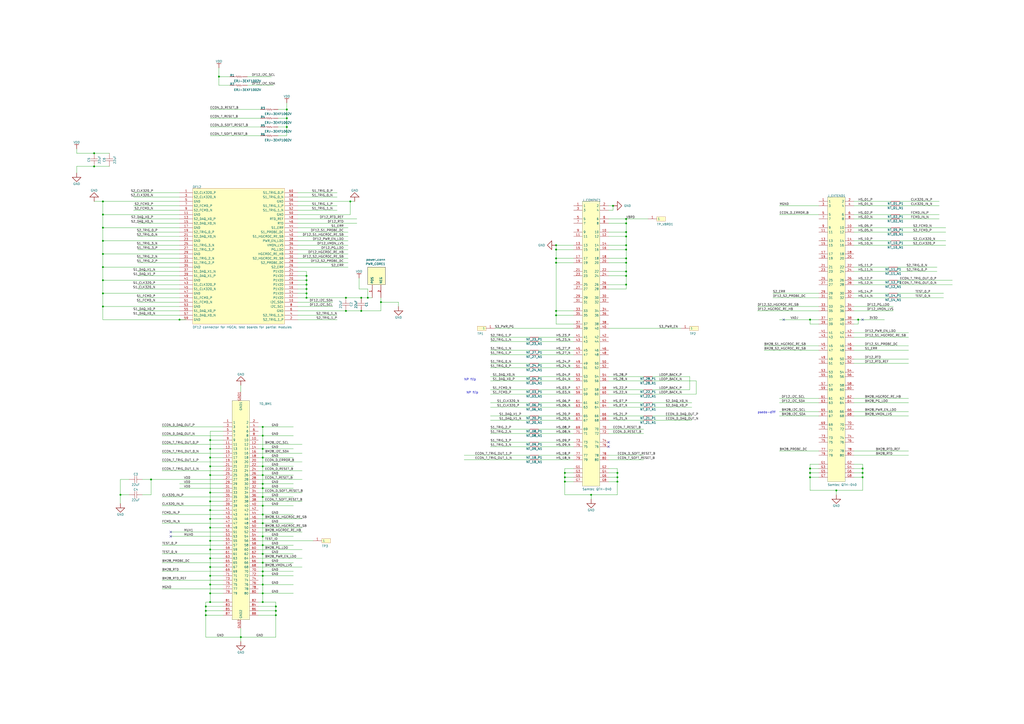
<source format=kicad_sch>
(kicad_sch (version 20250114) (generator "eeschema") (generator_version "9.0")
  (paper "A2")
  (text "" (at 384.81 104.14 0) (effects (font (size 1.27 1.27)) (justify left bottom)))
  (text "psedo-diff" (at 439.42 240.03 0) (effects (font (size 1.27 1.27)) (justify left bottom)))
  (text "NP flip" (at 270.51 228.6 0) (effects (font (size 1.27 1.27)) (justify left bottom)))
  (text "NP flip" (at 269.24 220.98 0) (effects (font (size 1.27 1.27)) (justify left bottom)))
  (junction (at 121.92 300.99))
  (junction (at 327.66 279.4))
  (junction (at 121.92 313.69))
  (junction (at 497.84 185.42))
  (junction (at 363.22 165.1))
  (junction (at 54.61 88.9))
  (junction (at 121.92 334.01))
  (junction (at 121.92 285.75))
  (junction (at 500.38 271.78))
  (junction (at 358.14 276.86))
  (junction (at 200.66 180.34))
  (junction (at 119.38 356.87))
  (junction (at 152.4 303.53))
  (junction (at 358.14 279.4))
  (junction (at 121.92 255.27))
  (junction (at 121.92 339.09))
  (junction (at 469.9 185.42))
  (junction (at 322.58 182.88))
  (junction (at 469.9 276.86))
  (junction (at 152.4 252.73))
  (junction (at 152.4 260.35))
  (junction (at 121.92 290.83))
  (junction (at 363.22 149.86))
  (junction (at 59.69 170.18))
  (junction (at 342.9 287.02))
  (junction (at 355.6 119.38))
  (junction (at 152.4 270.51))
  (junction (at 152.4 331.47))
  (junction (at 177.8 165.1))
  (junction (at 152.4 275.59))
  (junction (at 59.69 154.94))
  (junction (at 121.92 344.17))
  (junction (at 87.63 278.13))
  (junction (at 121.92 260.35))
  (junction (at 209.55 172.72))
  (junction (at 469.9 271.78))
  (junction (at 363.22 144.78))
  (junction (at 322.58 144.78))
  (junction (at 152.4 293.37))
  (junction (at 152.4 247.65))
  (junction (at 152.4 265.43))
  (junction (at 59.69 147.32))
  (junction (at 363.22 137.16))
  (junction (at 166.37 68.58))
  (junction (at 59.69 177.8))
  (junction (at 152.4 311.15))
  (junction (at 322.58 149.86))
  (junction (at 322.58 152.4))
  (junction (at 121.92 265.43))
  (junction (at 152.4 349.25))
  (junction (at 152.4 339.09))
  (junction (at 327.66 276.86))
  (junction (at 69.85 287.02))
  (junction (at 177.8 167.64))
  (junction (at 59.69 124.46))
  (junction (at 177.8 172.72))
  (junction (at 59.69 162.56))
  (junction (at 358.14 274.32))
  (junction (at 152.4 321.31))
  (junction (at 363.22 134.62))
  (junction (at 363.22 160.02))
  (junction (at 203.2 116.84))
  (junction (at 121.92 295.91))
  (junction (at 139.7 369.57))
  (junction (at 363.22 127))
  (junction (at 152.4 326.39))
  (junction (at 121.92 318.77))
  (junction (at 213.36 172.72))
  (junction (at 177.8 170.18))
  (junction (at 363.22 142.24))
  (junction (at 152.4 283.21))
  (junction (at 121.92 349.25))
  (junction (at 209.55 180.34))
  (junction (at 469.9 274.32))
  (junction (at 166.37 63.5))
  (junction (at 177.8 160.02))
  (junction (at 152.4 344.17))
  (junction (at 59.69 116.84))
  (junction (at 59.69 132.08))
  (junction (at 363.22 129.54))
  (junction (at 327.66 274.32))
  (junction (at 322.58 142.24))
  (junction (at 152.4 334.01))
  (junction (at 152.4 316.23))
  (junction (at 121.92 270.51))
  (junction (at 200.66 172.72))
  (junction (at 177.8 162.56))
  (junction (at 322.58 180.34))
  (junction (at 485.14 284.48))
  (junction (at 54.61 96.52))
  (junction (at 121.92 306.07))
  (junction (at 363.22 157.48))
  (junction (at 500.38 276.86))
  (junction (at 121.92 323.85))
  (junction (at 160.02 354.33))
  (junction (at 121.92 275.59))
  (junction (at 119.38 354.33))
  (junction (at 500.38 274.32))
  (junction (at 220.98 175.26))
  (junction (at 127 44.45))
  (junction (at 152.4 288.29))
  (junction (at 104.14 185.42))
  (junction (at 121.92 328.93))
  (junction (at 160.02 356.87))
  (junction (at 119.38 351.79))
  (junction (at 152.4 298.45))
  (junction (at 166.37 73.66))
  (junction (at 59.69 139.7))
  (junction (at 152.4 280.67))
  (junction (at 363.22 152.4))
  (junction (at 160.02 351.79))
  (no_connect (at 99.06 311.15))
  (no_connect (at 353.06 259.08))
  (no_connect (at 99.06 308.61))
  (no_connect (at 454.66 185.42))
  (no_connect (at 500.38 185.42))
  (no_connect (at 353.06 256.54))
  (wire (pts (xy 200.66 180.34) (xy 209.55 180.34)))
  (wire (pts (xy 452.12 124.46) (xy 474.98 124.46)))
  (wire (pts (xy 69.85 278.13) (xy 69.85 287.02)))
  (wire (pts (xy 152.4 283.21) (xy 149.86 283.21)))
  (wire (pts (xy 474.98 274.32) (xy 469.9 274.32)))
  (wire (pts (xy 160.02 356.87) (xy 149.86 356.87)))
  (wire (pts (xy 353.06 243.84) (xy 373.38 243.84)))
  (wire (pts (xy 307.34 259.08) (xy 284.48 259.08)))
  (wire (pts (xy 80.01 180.34) (xy 104.14 180.34)))
  (wire (pts (xy 547.37 172.72) (xy 520.7 172.72)))
  (wire (pts (xy 160.02 354.33) (xy 149.86 354.33)))
  (wire (pts (xy 443.23 200.66) (xy 474.98 200.66)))
  (wire (pts (xy 172.72 147.32) (xy 201.93 147.32)))
  (wire (pts (xy 353.06 142.24) (xy 363.22 142.24)))
  (wire (pts (xy 87.63 287.02) (xy 87.63 278.13)))
  (wire (pts (xy 172.72 185.42) (xy 195.58 185.42)))
  (wire (pts (xy 152.4 280.67) (xy 170.18 280.67)))
  (wire (pts (xy 129.54 290.83) (xy 121.92 290.83)))
  (wire (pts (xy 543.56 157.48) (xy 520.7 157.48)))
  (wire (pts (xy 497.84 187.96) (xy 497.84 185.42)))
  (wire (pts (xy 59.69 162.56) (xy 104.14 162.56)))
  (wire (pts (xy 495.3 154.94) (xy 515.62 154.94)))
  (wire (pts (xy 495.3 139.7) (xy 516.89 139.7)))
  (wire (pts (xy 213.36 172.72) (xy 215.9 172.72)))
  (wire (pts (xy 152.4 275.59) (xy 149.86 275.59)))
  (wire (pts (xy 59.69 139.7) (xy 59.69 147.32)))
  (wire (pts (xy 160.02 354.33) (xy 160.02 351.79)))
  (wire (pts (xy 172.72 167.64) (xy 177.8 167.64)))
  (wire (pts (xy 149.86 267.97) (xy 175.26 267.97)))
  (wire (pts (xy 500.38 284.48) (xy 500.38 276.86)))
  (wire (pts (xy 160.02 351.79) (xy 160.02 349.25)))
  (wire (pts (xy 129.54 318.77) (xy 121.92 318.77)))
  (wire (pts (xy 400.05 226.06) (xy 378.46 226.06)))
  (wire (pts (xy 322.58 182.88) (xy 322.58 187.96)))
  (wire (pts (xy 495.3 124.46) (xy 516.89 124.46)))
  (wire (pts (xy 403.86 220.98) (xy 378.46 220.98)))
  (wire (pts (xy 172.72 124.46) (xy 203.2 124.46)))
  (wire (pts (xy 59.69 124.46) (xy 104.14 124.46)))
  (wire (pts (xy 495.3 172.72) (xy 515.62 172.72)))
  (wire (pts (xy 495.3 177.8) (xy 518.16 177.8)))
  (wire (pts (xy 129.54 267.97) (xy 93.98 267.97)))
  (wire (pts (xy 172.72 154.94) (xy 201.93 154.94)))
  (wire (pts (xy 495.3 233.68) (xy 527.05 233.68)))
  (wire (pts (xy 363.22 134.62) (xy 363.22 129.54)))
  (wire (pts (xy 307.34 205.74) (xy 284.48 205.74)))
  (wire (pts (xy 363.22 142.24) (xy 363.22 137.16)))
  (wire (pts (xy 307.34 241.3) (xy 284.48 241.3)))
  (wire (pts (xy 59.69 177.8) (xy 104.14 177.8)))
  (wire (pts (xy 552.45 165.1) (xy 520.7 165.1)))
  (wire (pts (xy 129.54 300.99) (xy 121.92 300.99)))
  (wire (pts (xy 152.4 344.17) (xy 152.4 349.25)))
  (wire (pts (xy 152.4 293.37) (xy 149.86 293.37)))
  (wire (pts (xy 548.64 142.24) (xy 521.97 142.24)))
  (wire (pts (xy 152.4 334.01) (xy 152.4 339.09)))
  (wire (pts (xy 322.58 180.34) (xy 332.74 180.34)))
  (wire (pts (xy 353.06 228.6) (xy 373.38 228.6)))
  (wire (pts (xy 495.3 195.58) (xy 527.05 195.58)))
  (wire (pts (xy 312.42 243.84) (xy 332.74 243.84)))
  (wire (pts (xy 149.86 262.89) (xy 175.26 262.89)))
  (wire (pts (xy 170.18 265.43) (xy 152.4 265.43)))
  (wire (pts (xy 312.42 228.6) (xy 332.74 228.6)))
  (wire (pts (xy 495.3 142.24) (xy 516.89 142.24)))
  (wire (pts (xy 322.58 144.78) (xy 322.58 142.24)))
  (wire (pts (xy 129.54 250.19) (xy 121.92 250.19)))
  (wire (pts (xy 307.34 195.58) (xy 284.48 195.58)))
  (wire (pts (xy 312.42 210.82) (xy 332.74 210.82)))
  (wire (pts (xy 129.54 328.93) (xy 121.92 328.93)))
  (wire (pts (xy 149.86 278.13) (xy 175.26 278.13)))
  (wire (pts (xy 485.14 284.48) (xy 500.38 284.48)))
  (wire (pts (xy 322.58 142.24) (xy 332.74 142.24)))
  (wire (pts (xy 332.74 144.78) (xy 322.58 144.78)))
  (wire (pts (xy 474.98 187.96) (xy 469.9 187.96)))
  (wire (pts (xy 495.3 119.38) (xy 516.89 119.38)))
  (wire (pts (xy 358.14 287.02) (xy 358.14 279.4)))
  (wire (pts (xy 133.35 49.53) (xy 127 49.53)))
  (wire (pts (xy 500.38 269.24) (xy 495.3 269.24)))
  (wire (pts (xy 59.69 177.8) (xy 59.69 185.42)))
  (wire (pts (xy 170.18 344.17) (xy 152.4 344.17)))
  (wire (pts (xy 307.34 256.54) (xy 284.48 256.54)))
  (wire (pts (xy 495.3 210.82) (xy 527.05 210.82)))
  (wire (pts (xy 500.38 274.32) (xy 495.3 274.32)))
  (wire (pts (xy 358.14 271.78) (xy 353.06 271.78)))
  (wire (pts (xy 80.01 165.1) (xy 104.14 165.1)))
  (wire (pts (xy 358.14 274.32) (xy 353.06 274.32)))
  (wire (pts (xy 177.8 157.48) (xy 177.8 160.02)))
  (wire (pts (xy 312.42 226.06) (xy 332.74 226.06)))
  (wire (pts (xy 495.3 200.66) (xy 527.05 200.66)))
  (wire (pts (xy 355.6 119.38) (xy 353.06 119.38)))
  (wire (pts (xy 161.29 78.74) (xy 166.37 78.74)))
  (wire (pts (xy 443.23 203.2) (xy 474.98 203.2)))
  (wire (pts (xy 220.98 175.26) (xy 231.14 175.26)))
  (wire (pts (xy 353.06 167.64) (xy 363.22 167.64)))
  (wire (pts (xy 119.38 349.25) (xy 119.38 351.79)))
  (wire (pts (xy 307.34 198.12) (xy 284.48 198.12)))
  (wire (pts (xy 129.54 354.33) (xy 119.38 354.33)))
  (wire (pts (xy 213.36 172.72) (xy 213.36 167.64)))
  (wire (pts (xy 121.92 78.74) (xy 151.13 78.74)))
  (wire (pts (xy 332.74 182.88) (xy 322.58 182.88)))
  (wire (pts (xy 152.4 311.15) (xy 149.86 311.15)))
  (wire (pts (xy 327.66 287.02) (xy 342.9 287.02)))
  (wire (pts (xy 177.8 167.64) (xy 177.8 170.18)))
  (wire (pts (xy 129.54 293.37) (xy 93.98 293.37)))
  (wire (pts (xy 312.42 203.2) (xy 332.74 203.2)))
  (wire (pts (xy 284.48 236.22) (xy 307.34 236.22)))
  (wire (pts (xy 152.4 303.53) (xy 149.86 303.53)))
  (wire (pts (xy 149.86 318.77) (xy 175.26 318.77)))
  (wire (pts (xy 160.02 351.79) (xy 149.86 351.79)))
  (wire (pts (xy 152.4 260.35) (xy 152.4 265.43)))
  (wire (pts (xy 129.54 265.43) (xy 121.92 265.43)))
  (wire (pts (xy 121.92 68.58) (xy 151.13 68.58)))
  (wire (pts (xy 284.48 233.68) (xy 307.34 233.68)))
  (wire (pts (xy 500.38 271.78) (xy 495.3 271.78)))
  (wire (pts (xy 353.06 149.86) (xy 363.22 149.86)))
  (wire (pts (xy 312.42 205.74) (xy 332.74 205.74)))
  (wire (pts (xy 177.8 172.72) (xy 200.66 172.72)))
  (wire (pts (xy 172.72 134.62) (xy 201.93 134.62)))
  (wire (pts (xy 170.18 334.01) (xy 152.4 334.01)))
  (wire (pts (xy 363.22 157.48) (xy 363.22 152.4)))
  (wire (pts (xy 121.92 290.83) (xy 121.92 295.91)))
  (wire (pts (xy 375.92 127) (xy 363.22 127)))
  (wire (pts (xy 44.45 86.36) (xy 44.45 88.9)))
  (wire (pts (xy 495.3 264.16) (xy 527.05 264.16)))
  (wire (pts (xy 353.06 248.92) (xy 373.38 248.92)))
  (wire (pts (xy 129.54 311.15) (xy 99.06 311.15)))
  (wire (pts (xy 152.4 247.65) (xy 152.4 252.73)))
  (wire (pts (xy 172.72 177.8) (xy 193.04 177.8)))
  (wire (pts (xy 469.9 187.96) (xy 469.9 185.42)))
  (wire (pts (xy 353.06 241.3) (xy 373.38 241.3)))
  (wire (pts (xy 209.55 172.72) (xy 213.36 172.72)))
  (wire (pts (xy 139.7 369.57) (xy 160.02 369.57)))
  (wire (pts (xy 172.72 142.24) (xy 201.93 142.24)))
  (wire (pts (xy 129.54 339.09) (xy 121.92 339.09)))
  (wire (pts (xy 394.97 190.5) (xy 353.06 190.5)))
  (wire (pts (xy 548.64 139.7) (xy 521.97 139.7)))
  (wire (pts (xy 500.38 271.78) (xy 500.38 269.24)))
  (wire (pts (xy 495.3 157.48) (xy 515.62 157.48)))
  (wire (pts (xy 69.85 287.02) (xy 69.85 292.1)))
  (wire (pts (xy 220.98 180.34) (xy 220.98 175.26)))
  (wire (pts (xy 322.58 152.4) (xy 332.74 152.4)))
  (wire (pts (xy 152.4 331.47) (xy 152.4 334.01)))
  (wire (pts (xy 172.72 180.34) (xy 200.66 180.34)))
  (wire (pts (xy 59.69 132.08) (xy 104.14 132.08)))
  (wire (pts (xy 121.92 265.43) (xy 121.92 270.51)))
  (wire (pts (xy 172.72 127) (xy 207.01 127)))
  (wire (pts (xy 312.42 259.08) (xy 332.74 259.08)))
  (wire (pts (xy 353.06 233.68) (xy 373.38 233.68)))
  (wire (pts (xy 80.01 152.4) (xy 104.14 152.4)))
  (wire (pts (xy 152.4 316.23) (xy 152.4 321.31)))
  (wire (pts (xy 129.54 303.53) (xy 93.98 303.53)))
  (wire (pts (xy 119.38 351.79) (xy 129.54 351.79)))
  (wire (pts (xy 149.86 280.67) (xy 152.4 280.67)))
  (wire (pts (xy 129.54 262.89) (xy 93.98 262.89)))
  (wire (pts (xy 547.37 170.18) (xy 520.7 170.18)))
  (wire (pts (xy 485.14 284.48) (xy 485.14 287.02)))
  (wire (pts (xy 59.69 116.84) (xy 54.61 116.84)))
  (wire (pts (xy 172.72 129.54) (xy 207.01 129.54)))
  (wire (pts (xy 312.42 218.44) (xy 332.74 218.44)))
  (wire (pts (xy 307.34 243.84) (xy 284.48 243.84)))
  (wire (pts (xy 129.54 270.51) (xy 121.92 270.51)))
  (wire (pts (xy 307.34 251.46) (xy 284.48 251.46)))
  (wire (pts (xy 495.3 180.34) (xy 518.16 180.34)))
  (wire (pts (xy 378.46 228.6) (xy 403.86 228.6)))
  (wire (pts (xy 469.9 269.24) (xy 469.9 271.78)))
  (wire (pts (xy 353.06 226.06) (xy 373.38 226.06)))
  (wire (pts (xy 307.34 203.2) (xy 284.48 203.2)))
  (wire (pts (xy 495.3 132.08) (xy 516.89 132.08)))
  (wire (pts (xy 495.3 116.84) (xy 516.89 116.84)))
  (wire (pts (xy 548.64 132.08) (xy 521.97 132.08)))
  (wire (pts (xy 139.7 369.57) (xy 139.7 372.11)))
  (wire (pts (xy 104.14 185.42) (xy 107.95 185.42)))
  (wire (pts (xy 129.54 344.17) (xy 121.92 344.17)))
  (wire (pts (xy 170.18 303.53) (xy 152.4 303.53)))
  (wire (pts (xy 474.98 180.34) (xy 439.42 180.34)))
  (wire (pts (xy 129.54 306.07) (xy 121.92 306.07)))
  (wire (pts (xy 119.38 369.57) (xy 139.7 369.57)))
  (wire (pts (xy 172.72 175.26) (xy 193.04 175.26)))
  (wire (pts (xy 152.4 298.45) (xy 152.4 303.53)))
  (wire (pts (xy 119.38 354.33) (xy 119.38 351.79)))
  (wire (pts (xy 129.54 285.75) (xy 121.92 285.75)))
  (wire (pts (xy 209.55 180.34) (xy 220.98 180.34)))
  (wire (pts (xy 80.01 149.86) (xy 104.14 149.86)))
  (wire (pts (xy 172.72 149.86) (xy 201.93 149.86)))
  (wire (pts (xy 312.42 195.58) (xy 332.74 195.58)))
  (wire (pts (xy 378.46 218.44) (xy 400.05 218.44)))
  (wire (pts (xy 149.86 290.83) (xy 175.26 290.83)))
  (wire (pts (xy 80.01 175.26) (xy 104.14 175.26)))
  (wire (pts (xy 170.18 298.45) (xy 152.4 298.45)))
  (wire (pts (xy 129.54 323.85) (xy 121.92 323.85)))
  (wire (pts (xy 355.6 121.92) (xy 355.6 119.38)))
  (wire (pts (xy 129.54 321.31) (xy 93.98 321.31)))
  (wire (pts (xy 166.37 68.58) (xy 166.37 63.5)))
  (wire (pts (xy 152.4 280.67) (xy 152.4 283.21)))
  (wire (pts (xy 200.66 172.72) (xy 209.55 172.72)))
  (wire (pts (xy 497.84 185.42) (xy 513.08 185.42)))
  (wire (pts (xy 327.66 271.78) (xy 327.66 274.32)))
  (wire (pts (xy 495.3 134.62) (xy 516.89 134.62)))
  (wire (pts (xy 152.4 293.37) (xy 152.4 298.45)))
  (wire (pts (xy 129.54 308.61) (xy 99.06 308.61)))
  (wire (pts (xy 363.22 165.1) (xy 363.22 160.02)))
  (wire (pts (xy 74.93 278.13) (xy 69.85 278.13)))
  (wire (pts (xy 172.72 172.72) (xy 177.8 172.72)))
  (wire (pts (xy 87.63 278.13) (xy 82.55 278.13)))
  (wire (pts (xy 77.47 119.38) (xy 104.14 119.38)))
  (wire (pts (xy 307.34 248.92) (xy 284.48 248.92)))
  (wire (pts (xy 497.84 185.42) (xy 495.3 185.42)))
  (wire (pts (xy 172.72 114.3) (xy 195.58 114.3)))
  (wire (pts (xy 353.06 152.4) (xy 363.22 152.4)))
  (wire (pts (xy 172.72 152.4) (xy 201.93 152.4)))
  (wire (pts (xy 170.18 316.23) (xy 152.4 316.23)))
  (wire (pts (xy 152.4 280.67) (xy 152.4 275.59)))
  (wire (pts (xy 474.98 238.76) (xy 452.12 238.76)))
  (wire (pts (xy 307.34 220.98) (xy 284.48 220.98)))
  (wire (pts (xy 166.37 63.5) (xy 166.37 59.69)))
  (wire (pts (xy 59.69 124.46) (xy 59.69 132.08)))
  (wire (pts (xy 474.98 170.18) (xy 448.31 170.18)))
  (wire (pts (xy 152.4 270.51) (xy 152.4 275.59)))
  (wire (pts (xy 59.69 147.32) (xy 59.69 154.94)))
  (wire (pts (xy 77.47 114.3) (xy 104.14 114.3)))
  (wire (pts (xy 121.92 250.19) (xy 121.92 255.27)))
  (wire (pts (xy 77.47 111.76) (xy 104.14 111.76)))
  (wire (pts (xy 170.18 252.73) (xy 152.4 252.73)))
  (wire (pts (xy 158.75 49.53) (xy 143.51 49.53)))
  (wire (pts (xy 353.06 236.22) (xy 373.38 236.22)))
  (wire (pts (xy 474.98 231.14) (xy 452.12 231.14)))
  (wire (pts (xy 160.02 369.57) (xy 160.02 356.87)))
  (wire (pts (xy 469.9 274.32) (xy 469.9 276.86)))
  (wire (pts (xy 121.92 295.91) (xy 121.92 300.99)))
  (wire (pts (xy 160.02 349.25) (xy 152.4 349.25)))
  (wire (pts (xy 544.83 116.84) (xy 521.97 116.84)))
  (wire (pts (xy 152.4 344.17) (xy 149.86 344.17)))
  (wire (pts (xy 121.92 344.17) (xy 121.92 339.09)))
  (wire (pts (xy 332.74 276.86) (xy 327.66 276.86)))
  (wire (pts (xy 170.18 331.47) (xy 152.4 331.47)))
  (wire (pts (xy 175.26 306.07) (xy 149.86 306.07)))
  (wire (pts (xy 312.42 236.22) (xy 332.74 236.22)))
  (wire (pts (xy 312.42 256.54) (xy 332.74 256.54)))
  (wire (pts (xy 342.9 287.02) (xy 358.14 287.02)))
  (wire (pts (xy 121.92 300.99) (xy 121.92 306.07)))
  (wire (pts (xy 312.42 220.98) (xy 332.74 220.98)))
  (wire (pts (xy 327.66 276.86) (xy 327.66 279.4)))
  (wire (pts (xy 287.02 190.5) (xy 332.74 190.5)))
  (wire (pts (xy 59.69 154.94) (xy 59.69 162.56)))
  (wire (pts (xy 500.38 276.86) (xy 495.3 276.86)))
  (wire (pts (xy 172.72 132.08) (xy 201.93 132.08)))
  (wire (pts (xy 495.3 193.04) (xy 527.05 193.04)))
  (wire (pts (xy 166.37 73.66) (xy 166.37 68.58)))
  (wire (pts (xy 121.92 275.59) (xy 121.92 285.75)))
  (wire (pts (xy 80.01 129.54) (xy 104.14 129.54)))
  (wire (pts (xy 363.22 137.16) (xy 363.22 134.62)))
  (wire (pts (xy 152.4 252.73) (xy 149.86 252.73)))
  (wire (pts (xy 327.66 274.32) (xy 327.66 276.86)))
  (wire (pts (xy 59.69 132.08) (xy 59.69 139.7)))
  (wire (pts (xy 129.54 326.39) (xy 93.98 326.39)))
  (wire (pts (xy 495.3 170.18) (xy 515.62 170.18)))
  (wire (pts (xy 44.45 88.9) (xy 54.61 88.9)))
  (wire (pts (xy 152.4 283.21) (xy 152.4 288.29)))
  (wire (pts (xy 312.42 266.7) (xy 332.74 266.7)))
  (wire (pts (xy 401.32 243.84) (xy 378.46 243.84)))
  (wire (pts (xy 401.32 241.3) (xy 378.46 241.3)))
  (wire (pts (xy 129.54 247.65) (xy 93.98 247.65)))
  (wire (pts (xy 170.18 260.35) (xy 152.4 260.35)))
  (wire (pts (xy 474.98 276.86) (xy 469.9 276.86)))
  (wire (pts (xy 129.54 288.29) (xy 93.98 288.29)))
  (wire (pts (xy 129.54 298.45) (xy 93.98 298.45)))
  (wire (pts (xy 495.3 187.96) (xy 497.84 187.96)))
  (wire (pts (xy 312.42 248.92) (xy 332.74 248.92)))
  (wire (pts (xy 353.06 160.02) (xy 363.22 160.02)))
  (wire (pts (xy 129.54 316.23) (xy 93.98 316.23)))
  (wire (pts (xy 152.4 270.51) (xy 149.86 270.51)))
  (wire (pts (xy 170.18 270.51) (xy 152.4 270.51)))
  (wire (pts (xy 172.72 139.7) (xy 201.93 139.7)))
  (wire (pts (xy 59.69 162.56) (xy 59.69 170.18)))
  (wire (pts (xy 152.4 288.29) (xy 149.86 288.29)))
  (wire (pts (xy 332.74 271.78) (xy 327.66 271.78)))
  (wire (pts (xy 312.42 233.68) (xy 332.74 233.68)))
  (wire (pts (xy 363.22 152.4) (xy 363.22 149.86)))
  (wire (pts (xy 170.18 288.29) (xy 152.4 288.29)))
  (wire (pts (xy 59.69 154.94) (xy 104.14 154.94)))
  (wire (pts (xy 80.01 137.16) (xy 104.14 137.16)))
  (wire (pts (xy 152.4 303.53) (xy 152.4 311.15)))
  (wire (pts (xy 363.22 149.86) (xy 363.22 144.78)))
  (wire (pts (xy 59.69 170.18) (xy 104.14 170.18)))
  (wire (pts (xy 403.86 228.6) (xy 403.86 220.98)))
  (wire (pts (xy 172.72 170.18) (xy 177.8 170.18)))
  (wire (pts (xy 353.06 251.46) (xy 373.38 251.46)))
  (wire (pts (xy 54.61 96.52) (xy 63.5 96.52)))
  (wire (pts (xy 474.98 241.3) (xy 452.12 241.3)))
  (wire (pts (xy 121.92 306.07) (xy 121.92 313.69)))
  (wire (pts (xy 495.3 203.2) (xy 527.05 203.2)))
  (wire (pts (xy 152.4 339.09) (xy 152.4 344.17)))
  (wire (pts (xy 342.9 287.02) (xy 342.9 289.56)))
  (wire (pts (xy 129.54 275.59) (xy 121.92 275.59)))
  (wire (pts (xy 152.4 265.43) (xy 149.86 265.43)))
  (wire (pts (xy 401.32 236.22) (xy 378.46 236.22)))
  (wire (pts (xy 170.18 293.37) (xy 152.4 293.37)))
  (wire (pts (xy 121.92 328.93) (xy 121.92 334.01)))
  (wire (pts (xy 172.72 144.78) (xy 201.93 144.78)))
  (wire (pts (xy 166.37 78.74) (xy 166.37 73.66)))
  (wire (pts (xy 358.14 274.32) (xy 358.14 271.78)))
  (wire (pts (xy 332.74 279.4) (xy 327.66 279.4)))
  (wire (pts (xy 544.83 119.38) (xy 521.97 119.38)))
  (wire (pts (xy 363.22 160.02) (xy 363.22 157.48)))
  (wire (pts (xy 170.18 247.65) (xy 152.4 247.65)))
  (wire (pts (xy 358.14 276.86) (xy 353.06 276.86)))
  (wire (pts (xy 152.4 326.39) (xy 152.4 331.47)))
  (wire (pts (xy 312.42 264.16) (xy 332.74 264.16)))
  (wire (pts (xy 307.34 210.82) (xy 284.48 210.82)))
  (wire (pts (xy 363.22 144.78) (xy 363.22 142.24)))
  (wire (pts (xy 127 49.53) (xy 127 44.45)))
  (wire (pts (xy 322.58 152.4) (xy 322.58 180.34)))
  (wire (pts (xy 172.72 157.48) (xy 177.8 157.48)))
  (wire (pts (xy 59.69 147.32) (xy 104.14 147.32)))
  (wire (pts (xy 80.01 144.78) (xy 104.14 144.78)))
  (wire (pts (xy 119.38 354.33) (xy 119.38 356.87)))
  (wire (pts (xy 469.9 271.78) (xy 469.9 274.32)))
  (wire (pts (xy 59.69 185.42) (xy 104.14 185.42)))
  (wire (pts (xy 149.86 308.61) (xy 175.26 308.61)))
  (wire (pts (xy 152.4 326.39) (xy 149.86 326.39)))
  (wire (pts (xy 121.92 349.25) (xy 119.38 349.25)))
  (wire (pts (xy 172.72 160.02) (xy 177.8 160.02)))
  (wire (pts (xy 149.86 300.99) (xy 175.26 300.99)))
  (wire (pts (xy 152.4 321.31) (xy 152.4 326.39)))
  (wire (pts (xy 543.56 154.94) (xy 520.7 154.94)))
  (wire (pts (xy 119.38 356.87) (xy 119.38 369.57)))
  (wire (pts (xy 307.34 266.7) (xy 269.24 266.7)))
  (wire (pts (xy 152.4 349.25) (xy 149.86 349.25)))
  (wire (pts (xy 170.18 283.21) (xy 152.4 283.21)))
  (wire (pts (xy 474.98 172.72) (xy 448.31 172.72)))
  (wire (pts (xy 469.9 284.48) (xy 485.14 284.48)))
  (wire (pts (xy 170.18 321.31) (xy 152.4 321.31)))
  (wire (pts (xy 495.3 238.76) (xy 527.05 238.76)))
  (wire (pts (xy 332.74 274.32) (xy 327.66 274.32)))
  (wire (pts (xy 152.4 321.31) (xy 149.86 321.31)))
  (wire (pts (xy 157.48 44.45) (xy 143.51 44.45)))
  (wire (pts (xy 363.22 129.54) (xy 363.22 127)))
  (wire (pts (xy 129.54 278.13) (xy 87.63 278.13)))
  (wire (pts (xy 80.01 167.64) (xy 104.14 167.64)))
  (wire (pts (xy 129.54 349.25) (xy 121.92 349.25)))
  (wire (pts (xy 400.05 218.44) (xy 400.05 226.06)))
  (wire (pts (xy 133.35 44.45) (xy 127 44.45)))
  (wire (pts (xy 149.86 273.05) (xy 175.26 273.05)))
  (wire (pts (xy 152.4 339.09) (xy 149.86 339.09)))
  (wire (pts (xy 307.34 218.44) (xy 284.48 218.44)))
  (wire (pts (xy 172.72 121.92) (xy 195.58 121.92)))
  (wire (pts (xy 322.58 144.78) (xy 322.58 149.86)))
  (wire (pts (xy 205.74 116.84) (xy 203.2 116.84)))
  (wire (pts (xy 172.72 182.88) (xy 195.58 182.88)))
  (wire (pts (xy 129.54 252.73) (xy 93.98 252.73)))
  (wire (pts (xy 69.85 287.02) (xy 74.93 287.02)))
  (wire (pts (xy 495.3 127) (xy 516.89 127)))
  (wire (pts (xy 170.18 275.59) (xy 152.4 275.59)))
  (wire (pts (xy 152.4 260.35) (xy 149.86 260.35)))
  (wire (pts (xy 129.54 331.47) (xy 93.98 331.47)))
  (wire (pts (xy 353.06 266.7) (xy 373.38 266.7)))
  (wire (pts (xy 129.54 313.69) (xy 121.92 313.69)))
  (wire (pts (xy 495.3 261.62) (xy 527.05 261.62)))
  (wire (pts (xy 152.4 288.29) (xy 152.4 293.37)))
  (wire (pts (xy 500.38 274.32) (xy 500.38 271.78)))
  (wire (pts (xy 495.3 165.1) (xy 515.62 165.1)))
  (wire (pts (xy 121.92 270.51) (xy 121.92 275.59)))
  (wire (pts (xy 59.69 116.84) (xy 59.69 124.46)))
  (wire (pts (xy 161.29 63.5) (xy 166.37 63.5)))
  (wire (pts (xy 284.48 228.6) (xy 307.34 228.6)))
  (wire (pts (xy 474.98 233.68) (xy 452.12 233.68)))
  (wire (pts (xy 353.06 220.98) (xy 373.38 220.98)))
  (wire (pts (xy 80.01 127) (xy 104.14 127)))
  (wire (pts (xy 80.01 160.02) (xy 104.14 160.02)))
  (wire (pts (xy 82.55 287.02) (xy 87.63 287.02)))
  (wire (pts (xy 544.83 124.46) (xy 521.97 124.46)))
  (wire (pts (xy 177.8 162.56) (xy 177.8 165.1)))
  (wire (pts (xy 353.06 157.48) (xy 363.22 157.48)))
  (wire (pts (xy 139.7 369.57) (xy 139.7 364.49)))
  (wire (pts (xy 363.22 127) (xy 353.06 127)))
  (wire (pts (xy 177.8 165.1) (xy 177.8 167.64)))
  (wire (pts (xy 474.98 269.24) (xy 469.9 269.24)))
  (wire (pts (xy 452.12 185.42) (xy 469.9 185.42)))
  (wire (pts (xy 220.98 172.72) (xy 220.98 175.26)))
  (wire (pts (xy 170.18 339.09) (xy 152.4 339.09)))
  (wire (pts (xy 152.4 265.43) (xy 152.4 270.51)))
  (wire (pts (xy 152.4 252.73) (xy 152.4 260.35)))
  (wire (pts (xy 161.29 68.58) (xy 166.37 68.58)))
  (wire (pts (xy 474.98 177.8) (xy 439.42 177.8)))
  (wire (pts (xy 59.69 139.7) (xy 104.14 139.7)))
  (wire (pts (xy 312.42 213.36) (xy 332.74 213.36)))
  (wire (pts (xy 500.38 276.86) (xy 500.38 274.32)))
  (wire (pts (xy 358.14 279.4) (xy 358.14 276.86)))
  (wire (pts (xy 495.3 231.14) (xy 527.05 231.14)))
  (wire (pts (xy 401.32 233.68) (xy 378.46 233.68)))
  (wire (pts (xy 548.64 134.62) (xy 521.97 134.62)))
  (wire (pts (xy 149.86 257.81) (xy 175.26 257.81)))
  (wire (pts (xy 312.42 241.3) (xy 332.74 241.3)))
  (wire (pts (xy 170.18 311.15) (xy 152.4 311.15)))
  (wire (pts (xy 139.7 227.33) (xy 139.7 223.52)))
  (wire (pts (xy 213.36 167.64) (xy 208.28 167.64)))
  (wire (pts (xy 170.18 326.39) (xy 152.4 326.39)))
  (wire (pts (xy 129.54 273.05) (xy 93.98 273.05)))
  (wire (pts (xy 353.06 264.16) (xy 373.38 264.16)))
  (wire (pts (xy 149.86 285.75) (xy 175.26 285.75)))
  (wire (pts (xy 129.54 283.21) (xy 104.14 283.21)))
  (wire (pts (xy 322.58 182.88) (xy 322.58 180.34)))
  (wire (pts (xy 177.8 170.18) (xy 177.8 172.72)))
  (wire (pts (xy 172.72 165.1) (xy 177.8 165.1)))
  (wire (pts (xy 495.3 162.56) (xy 515.62 162.56)))
  (wire (pts (xy 312.42 198.12) (xy 332.74 198.12)))
  (wire (pts (xy 353.06 165.1) (xy 363.22 165.1)))
  (wire (pts (xy 152.4 331.47) (xy 149.86 331.47)))
  (wire (pts (xy 80.01 142.24) (xy 104.14 142.24)))
  (wire (pts (xy 152.4 311.15) (xy 152.4 316.23)))
  (wire (pts (xy 121.92 313.69) (xy 121.92 318.77)))
  (wire (pts (xy 172.72 162.56) (xy 177.8 162.56)))
  (wire (pts (xy 307.34 264.16) (xy 269.24 264.16)))
  (wire (pts (xy 129.54 260.35) (xy 121.92 260.35)))
  (wire (pts (xy 44.45 100.33) (xy 44.45 96.52)))
  (wire (pts (xy 469.9 276.86) (xy 469.9 284.48)))
  (wire (pts (xy 322.58 149.86) (xy 322.58 152.4)))
  (wire (pts (xy 152.4 334.01) (xy 149.86 334.01)))
  (wire (pts (xy 129.54 341.63) (xy 93.98 341.63)))
  (wire (pts (xy 152.4 298.45) (xy 149.86 298.45)))
  (wire (pts (xy 152.4 247.65) (xy 149.86 247.65)))
  (wire (pts (xy 80.01 157.48) (xy 104.14 157.48)))
  (wire (pts (xy 127 44.45) (xy 127 39.37)))
  (wire (pts (xy 552.45 162.56) (xy 520.7 162.56)))
  (wire (pts (xy 44.45 96.52) (xy 54.61 96.52)))
  (wire (pts (xy 80.01 134.62) (xy 104.14 134.62)))
  (wire (pts (xy 80.01 172.72) (xy 104.14 172.72)))
  (wire (pts (xy 149.86 323.85) (xy 175.26 323.85)))
  (wire (pts (xy 172.72 119.38) (xy 195.58 119.38)))
  (wire (pts (xy 149.86 313.69) (xy 181.61 313.69)))
  (wire (pts (xy 544.83 127) (xy 521.97 127)))
  (wire (pts (xy 121.92 63.5) (xy 151.13 63.5)))
  (wire (pts (xy 353.06 218.44) (xy 373.38 218.44)))
  (wire (pts (xy 121.92 255.27) (xy 121.92 260.35)))
  (wire (pts (xy 121.92 323.85) (xy 121.92 328.93)))
  (wire (pts (xy 121.92 334.01) (xy 121.92 339.09)))
  (wire (pts (xy 469.9 185.42) (xy 474.98 185.42)))
  (wire (pts (xy 59.69 170.18) (xy 59.69 177.8)))
  (wire (pts (xy 172.72 111.76) (xy 195.58 111.76)))
  (wire (pts (xy 160.02 356.87) (xy 160.02 354.33)))
  (wire (pts (xy 177.8 160.02) (xy 177.8 162.56)))
  (wire (pts (xy 203.2 124.46) (xy 203.2 116.84)))
  (wire (pts (xy 495.3 241.3) (xy 527.05 241.3)))
  (wire (pts (xy 327.66 279.4) (xy 327.66 287.02)))
  (wire (pts (xy 129.54 280.67) (xy 104.14 280.67)))
  (wire (pts (xy 353.06 137.16) (xy 363.22 137.16)))
  (wire (pts (xy 129.54 356.87) (xy 119.38 356.87)))
  (wire (pts (xy 172.72 137.16) (xy 201.93 137.16)))
  (wire (pts (xy 121.92 260.35) (xy 121.92 265.43)))
  (wire (pts (xy 129.54 257.81) (xy 93.98 257.81)))
  (wire (pts (xy 452.12 261.62) (xy 474.98 261.62)))
  (wire (pts (xy 358.14 276.86) (xy 358.14 274.32)))
  (wire (pts (xy 208.28 161.29) (xy 208.28 167.64)))
  (wire (pts (xy 129.54 255.27) (xy 121.92 255.27)))
  (wire (pts (xy 322.58 187.96) (xy 332.74 187.96)))
  (wire (pts (xy 54.61 88.9) (xy 63.5 88.9)))
  (wire (pts (xy 80.01 182.88) (xy 104.14 182.88)))
  (wire (pts (xy 161.29 73.66) (xy 166.37 73.66)))
  (wire (pts (xy 353.06 134.62) (xy 363.22 134.62)))
  (wire (pts (xy 353.06 144.78) (xy 363.22 144.78)))
  (wire (pts (xy 452.12 119.38) (xy 474.98 119.38)))
  (wire (pts (xy 129.54 334.01) (xy 121.92 334.01)))
  (wire (pts (xy 121.92 285.75) (xy 121.92 290.83)))
  (wire (pts (xy 307.34 213.36) (xy 284.48 213.36)))
  (wire (pts (xy 363.22 167.64) (xy 363.22 165.1)))
  (wire (pts (xy 495.3 208.28) (xy 527.05 208.28)))
  (wire (pts (xy 312.42 251.46) (xy 332.74 251.46)))
  (wire (pts (xy 353.06 129.54) (xy 363.22 129.54)))
  (wire (pts (xy 358.14 279.4) (xy 353.06 279.4)))
  (wire (pts (xy 231.14 175.26) (xy 231.14 177.8)))
  (wire (pts (xy 152.4 316.23) (xy 149.86 316.23)))
  (wire (pts (xy 129.54 295.91) (xy 121.92 295.91)))
  (wire (pts (xy 284.48 226.06) (xy 307.34 226.06)))
  (wire (pts (xy 77.47 121.92) (xy 104.14 121.92)))
  (wire (pts (xy 121.92 73.66) (xy 151.13 73.66)))
  (wire (pts (xy 474.98 271.78) (xy 469.9 271.78)))
  (wire (pts (xy 203.2 116.84) (xy 172.72 116.84)))
  (wire (pts (xy 322.58 149.86) (xy 332.74 149.86)))
  (wire (pts (xy 353.06 121.92) (xy 355.6 121.92)))
  (wire (pts (xy 121.92 318.77) (xy 121.92 323.85)))
  (wire (pts (xy 59.69 116.84) (xy 104.14 116.84)))
  (wire (pts (xy 121.92 344.17) (xy 121.92 349.25)))
  (wire (pts (xy 129.54 336.55) (xy 93.98 336.55)))
  (wire (pts (xy 149.86 328.93) (xy 175.26 328.93)))
  (label "DF12_RTD" (at 501.65 208.28 0))
  (label "BM28_S1_HGCROC_RE_SB" (at 443.23 200.66 0))
  (label "GND" (at 157.48 321.31 0))
  (label "S2_FCMD_P" (at 529.59 134.62 0))
  (label "S1_CLK320_P" (at 90.17 165.1 180))
  (label "S1_TRIG_0_P" (at 284.48 213.36 0))
  (label "ECON_T_SOFT_RESET_B" (at 358.14 266.7 0))
  (label "S2_DAQ_X0_N" (at 88.9 129.54 180))
  (label "S2_DAQ_X0_P" (at 386.08 236.22 0))
  (label "BM28_I2C_SDA" (at 153.67 262.89 0))
  (label "ECON_T_RESET_B" (at 355.6 248.92 0))
  (label "S1_TRIG_1_P" (at 284.48 205.74 0))
  (label "HS_24_P" (at 322.58 210.82 0))
  (label "S2_DAQ_X0_P" (at 88.9 127 180))
  (label "HS_10_N" (at 497.84 142.24 0))
  (label "MGND" (at 93.98 341.63 0))
  (label "HS_11_P" (at 497.84 154.94 0))
  (label "BM28_VMON_LVS" (at 153.67 328.93 0))
  (label "S1_TRIG_2_P" (at 91.44 152.4 180))
  (label "S1_CLK320_P" (at 288.29 236.22 0))
  (label "FCMD_IN_P" (at 93.98 298.45 0))
  (label "GND" (at 157.48 288.29 0))
  (label "S1_FCMD_P" (at 90.17 172.72 180))
  (label "GND" (at 157.48 316.23 0))
  (label "S1_DAQ_X0_N" (at 285.75 218.44 0))
  (label "HS_20_P" (at 322.58 241.3 0))
  (label "GND" (at 157.48 265.43 0))
  (label "TEST_0_N" (at 93.98 321.31 0))
  (label "S2_TRIG_0_P" (at 525.78 157.48 0))
  (label "VDD" (at 106.68 283.21 0))
  (label "BM28_RTD_REF" (at 93.98 336.55 0))
  (label "LOOP_BACK_N" (at 382.27 220.98 0))
  (label "HS_04_P" (at 322.58 218.44 0))
  (label "VDD" (at 106.68 280.67 0))
  (label "S2_FCMD_N" (at 529.59 132.08 0))
  (label "HS_09_P" (at 322.58 256.54 0))
  (label "ECON_T_RESET_B" (at 153.67 278.13 0))
  (label "DF12_PG_LDO" (at 502.92 177.8 0))
  (label "S2_TRIG_0_N" (at 525.78 154.94 0))
  (label "GND" (at 148.59 369.57 0))
  (label "GND" (at 125.73 369.57 0))
  (label "S1_TRIG_0_P" (at 193.04 111.76 180))
  (label "GND" (at 157.48 303.53 0))
  (label "DF12_PWR_EN_LDO" (at 501.65 193.04 0))
  (label "HS_12_N" (at 497.84 165.1 0))
  (label "VDD" (at 106.68 278.13 0))
  (label "HS_27_P" (at 322.58 203.2 0))
  (label "DF12_S2_PROBE_DC" (at 448.31 172.72 0))
  (label "HS_11_N" (at 497.84 157.48 0))
  (label "HS_05_N" (at 497.84 134.62 0))
  (label "HS_23_P" (at 322.58 195.58 0))
  (label "HS_04_N" (at 322.58 220.98 0))
  (label "DF12_S1_PROBE_DC" (at 199.39 134.62 180))
  (label "HS_18_N" (at 322.58 266.7 0))
  (label "TEST_0_N" (at 530.86 172.72 0))
  (label "HS_20_N" (at 322.58 243.84 0))
  (label "HS_18_P" (at 322.58 264.16 0))
  (label "S1_DAQ_X1_N" (at 90.17 157.48 180))
  (label "ECON_T_TRIG_OUT_0_N" (at 521.97 165.1 0))
  (label "S1_TRIG_0_N" (at 284.48 210.82 0))
  (label "LOOP_BACK_P" (at 382.27 218.44 0))
  (label "BM28_PWR_EN_LDO" (at 501.65 238.76 0))
  (label "ECON_D_RESET_B" (at 153.67 273.05 0))
  (label "S2_TRIG_1_N" (at 195.58 182.88 180))
  (label "ECON_D_DAQ_OUT_N" (at 93.98 252.73 0))
  (label "ECON_T_TRIG_OUT_0_P" (at 93.98 257.81 0))
  (label "S1_TRIG_3_N" (at 91.44 142.24 180))
  (label "BM28_S2_HGCROC_RE_SB" (at 153.67 306.07 0))
  (label "HS_14_N" (at 497.84 172.72 0))
  (label "ECON_D_SOFT_RESET_B" (at 121.92 73.66 0))
  (label "GND" (at 157.48 334.01 0))
  (label "BM28_I2C_SCL" (at 453.39 238.76 0))
  (label "HS_22_N" (at 355.6 228.6 0))
  (label "DF12_VMON_LVS" (at 199.39 142.24 180))
  (label "DF12_S1_HGCROC_RE_SB" (at 501.65 195.58 0))
  (label "S2_TRIG_1_P" (at 195.58 185.42 180))
  (label "HS_14_P" (at 497.84 170.18 0))
  (label "S2_CLK320_P" (at 529.59 142.24 0))
  (label "FCMD_IN_N" (at 528.32 127 0))
  (label "DF12_S2_HGCROC_RE_SB" (at 439.42 177.8 0))
  (label "GND" (at 157.48 298.45 0))
  (label "VBRD" (at 363.22 127 0))
  (label "S1_FCMD_N" (at 90.17 175.26 180))
  (label "DF12_PWR_EN_LDO" (at 199.39 139.7 180))
  (label "S1_DAQ_X1_P" (at 289.56 241.3 0))
  (label "S1_TRIG_1_N" (at 193.04 121.92 180))
  (label "S1_TRIG_3_N" (at 284.48 259.08 0))
  (label "ECON_D_RESET_B" (at 121.92 63.5 0))
  (label "GND" (at 157.48 270.51 0))
  (label "ECON_D_DAQ_OUT_P" (at 93.98 247.65 0))
  (label "BM28_PROBE_DC" (at 93.98 326.39 0))
  (label "S1_TRIG_3_P" (at 91.44 144.78 180))
  (label "HS_07_P" (at 355.6 233.68 0))
  (label "S3_PWR_PG" (at 287.02 190.5 0))
  (label "DF12_S1_PROBE_DC" (at 501.65 200.66 0))
  (label "HS_08_N" (at 322.58 251.46 0))
  (label "DF12_RTD" (at 199.39 129.54 180))
  (label "GND" (at 157.48 252.73 0))
  (label "GND" (at 157.48 260.35 0))
  (label "ECON_T_TRIG_OUT_1_N" (at 93.98 273.05 0))
  (label "TEST_IO" (at 153.67 313.69 0))
  (label "DF12_I2C_SDA" (at 146.05 49.53 0))
  (label "BM28_RTD_REF" (at 508 261.62 0))
  (label "S1_FCMD_N" (at 285.75 226.06 0))
  (label "ECON_D_ERROR_B" (at 153.67 267.97 0))
  (label "DF12_S2_PROBE_DC" (at 199.39 152.4 180))
  (label "S1_DAQ_X0_P" (at 90.17 180.34 180))
  (label "HS_27_N" (at 322.58 205.74 0))
  (label "GND" (at 157.48 344.17 0))
  (label "TEST_0_P" (at 93.98 316.23 0))
  (label "S1_DAQ_X0_P" (at 285.75 220.98 0))
  (label "ECON_T_TRIG_OUT_0_N" (at 93.98 262.89 0))
  (label "DF12_RTD_REF" (at 199.39 127 180))
  (label "HS_05_P" (at 497.84 132.08 0))
  (label "S1_DAQ_X0_N" (at 90.17 182.88 180))
  (label "HS_07_N" (at 355.6 236.22 0))
  (label "DF12_I2C_SDA" (at 453.39 233.68 0))
  (label "LOOP_BACK_N" (at 382.27 228.6 0))
  (label "S2_CLK320_N" (at 529.59 139.7 0))
  (label "S1_TRIG_3_P" (at 284.48 256.54 0))
  (label "DF12_I2C_SCL" (at 453.39 231.14 0))
  (label "BM28_VMON_LVS" (at 501.65 241.3 0))
  (label "DF12_PG_LDO" (at 199.39 144.78 180))
  (label "ECON_T_SOFT_RESET_B" (at 121.92 78.74 0))
  (label "BM28_I2C_SCL" (at 153.67 257.81 0))
  (label "GND" (at 157.48 293.37 0))
  (label "VADJ" (at 458.47 185.42 0))
  (label "S1_CLK320_N" (at 90.17 167.64 180))
  (label "HS_21_P" (at 355.6 241.3 0))
  (label "CLK320_IN_P" (at 93.98 288.29 0))
  (label "FCMD_IN_N" (at 93.98 303.53 0))
  (label "3V3D" (at 504.19 185.42 0))
  (label "S1_TRIG_0_N" (at 193.04 114.3 180))
  (label "BM28_HGCROC_RE_HB" (at 501.65 231.14 0))
  (label "DF12_VMON_LVS" (at 502.92 180.34 0))
  (label "HS_28_P" (at 355.6 218.44 0))
  (label "DF12_S2_HGCROC_RE_SB" (at 199.39 149.86 180))
  (label "ECON_D_RESET_B" (at 355.6 251.46 0))
  (label "GND" (at 157.48 247.65 0))
  (label "MUX0" (at 106.68 311.15 0))
  (label "ECON_T_TRIG_OUT_1_P" (at 93.98 267.97 0))
  (label "S1_ERR" (at 199.39 132.08 180))
  (label "ECON_D_DAQ_OUT_P" (at 386.08 241.3 0))
  (label "S2_ERR" (at 448.31 170.18 0))
  (label "S2_FCMD_N" (at 88.9 121.92 180))
  (label "ECON_D_SOFT_RESET_B" (at 358.14 264.16 0))
  (label "LOOP_BACK_P" (at 382.27 226.06 0))
  (label "GND" (at 157.48 326.39 0))
  (label "HS_03_N" (at 322.58 228.6 0))
  (label "S2_CLK320_N" (at 88.9 114.3 180))
  (label "S2_TRIG_1_P" (at 284.48 195.58 0))
  (label "S2_TRIG_1_N" (at 284.48 198.12 0))
  (label "S1_FCMD_P" (at 285.75 228.6 0))
  (label "S1_ERR" (at 501.65 203.2 0))
  (label "GND" (at 157.48 339.09 0))
  (label "S1_DAQ_X1_P" (at 90.17 160.02 180))
  (label "HS_21_N" (at 355.6 243.84 0))
  (label "HS_10_P" (at 497.84 139.7 0))
  (label "HS_03_P" (at 322.58 226.06 0))
  (label "S2_TRIG_0_N" (at 91.44 137.16 180))
  (label "DF12_I2C_SDA" (at 193.04 175.26 180))
  (label "ECON_T_SOFT_RESET_B" (at 153.67 290.83 0))
  (label "BM28_PWR_EN_LDO" (at 153.67 323.85 0))
  (label "ECON_T_TRIG_OUT_1_P" (at 275.59 264.16 0))
  (label "S1_TRIG_1_P" (at 193.04 119.38 180))
  (label "HS_24_N" (at 322.58 213.36 0))
  (label "GND" (at 157.48 280.67 0))
  (label "BM28_PG_LDO" (at 153.67 318.77 0))
  (label "HS_22_P" (at 355.6 226.06 0))
  (label "MGND" (at 452.12 119.38 0))
  (label "ECON_D_ERROR_B" (at 452.12 124.46 0))
  (label "S2_CLK320_P" (at 88.9 111.76 180))
  (label "BM28_S1_HGCROC_RE_SB" (at 153.67 300.99 0))
  (label "HS_06_P" (at 322.58 233.68 0))
  (label "S1_CLK320_N" (at 288.29 233.68 0))
  (label "S2_DAQ_X0_N" (at 386.08 233.68 0))
  (label "HS_01_N" (at 497.84 119.38 0))
  (label "DF12_I2C_SCL" (at 146.05 44.45 0))
  (label "DF12_HGCROC_RE_HB" (at 439.42 180.34 0))
  (label "S2_FCMD_P" (at 88.9 119.38 180))
  (label "DF12_RTD_REF" (at 501.65 210.82 0))
  (label "BM28_HGCROC_RE_HB" (at 153.67 308.61 0))
  (label "MUX1" (at 106.68 308.61 0))
  (label "GND" (at 157.48 331.47 0))
  (label "S1_TRIG_2_N" (at 91.44 149.86 180))
  (label "TEST_0_P" (at 530.86 170.18 0))
  (label "ECON_D_DAQ_OUT_N" (at 386.08 243.84 0))
  (label "BM28_I2C_SDA" (at 453.39 241.3 0))
  (label "S1_TRIG_2_P" (at 284.48 248.92 0))
  (label "S2_TRIG_0_P" (at 91.44 134.62 180))
  (label "S3_PWR_EN" (at 382.27 190.5 0))
  (label "CLK320_IN_N" (at 93.98 293.37 0))
  (label "HS_09_N" (at 322.58 259.08 0))
  (label "ECON_D_SOFT_RESET_B" (at 153.67 285.75 0))
  (label "DF12_I2C_SCL" (at 193.04 177.8 180))
  (label "ECON_T_TRIG_OUT_0_P" (at 521.97 162.56 0))
  (label "HS_02_P" (at 497.84 124.46 0))
  (label "DF12_S1_HGCROC_RE_SB" (at 199.39 137.16 180))
  (label "HS_02_N" (at 497.84 127 0))
  (label "BM28_PG_LDO" (at 501.65 233.68 0))
  (label "S1_DAQ_X1_N" (at 289.56 243.84 0))
  (label "BM28_RTD" (at 93.98 331.47 0))
  (label "BM28_PROBE_DC" (at 452.12 261.62 0))
  (label "BM28_S2_HGCROC_RE_SB" (at 443.23 203.2 0))
  (label "ECON_T_TRIG_OUT_1_N" (at 275.59 266.7 0))
  (label "HS_06_N" (at 322.58 236.22 0))
  (label "BM28_RTD" (at 508 264.16 0))
  (label "S1_TRIG_1_N" (at 284.48 203.2 0))
  (label "HS_01_P" (at 497.84 116.84 0))
  (label "ECON_T_RESET_B" (at 121.92 68.58 0))
  (label "DF12_HGCROC_RE_HB" (at 199.39 147.32 180))
  (label "GND" (at 157.48 275.59 0))
  (label "CLK320_IN_P" (at 528.32 116.84 0))
  (label "GND" (at 157.48 283.21 0))
  (label "HS_23_N" (at 322.58 198.12 0))
  (label "HS_12_P" (at 497.84 162.56 0))
  (label "CLK320_IN_N" (at 528.32 119.38 0))
  (label "HS_28_N" (at 355.6 220.98 0))
  (label "S1_TRIG_2_N" (at 284.48 251.46 0))
  (label "GND" (at 157.48 311.15 0))
  (label "S2_ERR" (at 199.39 154.94 180))
  (label "FCMD_IN_P" (at 528.32 124.46 0))
  (label "HS_08_P" (at 322.58 248.92 0))
  (symbol (lib_id "pCM_test:root_0_Net Tie 2_pCM_test.SCHLIB_0") (at 516.89 127 0) (unit 1)
    (property "Reference" "NT_02_N1" (at 519.43 128.27 0))
    (property "Value" "${FAMILY}" (effects (hide yes)))
    (property "Description" "Net Tie" (effects (hide yes)))
    (property "PART NUMBER" "Net Tie 2" (effects (hide yes)))
    (property "COMPONENT KIND" "Net Tie" (effects (hide yes)))
    (property "COMPONENT TYPE" "Net Tie" (effects (hide yes)))
    (property "FOOTPRINT" "Net Tie 2" (effects (hide yes)))
    (property "PIN COUNT" "2" (effects (hide yes)))
    (property "FAMILY" "Net Tie" (effects (hide yes)))
    (property "MOUNTED" "No" (effects (hide yes)))
    (property "SOCKET" "No" (effects (hide yes)))
    (property "SMD" "No" (effects (hide yes)))
    (property "SENSE" "No" (effects (hide yes)))
    (property "STATUS" "None" (effects (hide yes)))
    (property "PART DESCRIPTION" "Net Tie (2 Nets)" (effects (hide yes)))
    (property "COMPONENTHEIGHT" "0mm" (effects (hide yes)))
    (property "HELPURL" "Undefined" (effects (hide yes)))
    (property "AUTHOR" "CERN DEM BC" (effects (hide yes)))
    (property "CREATEDATE" "08/10/2015" (effects (hide yes)))
    (property "LATESTREVISIONDATE" "08/10/2015" (effects (hide yes)))
    (property "PACKAGEDESCRIPTION" "2 Plated Through Hole For Coaxial Cable Link: Hole Dia.=1.4mm Pad Dia.=2.5mm" (effects (hide yes)))
  )
  (symbol (lib_id "pCM_test:root_0_Net Tie 2_pCM_test.SCHLIB_0") (at 373.38 228.6 0) (unit 1)
    (property "Reference" "NT_22_N1" (at 375.92 229.87 0))
    (property "Value" "${FAMILY}" (effects (hide yes)))
    (property "Description" "Net Tie" (effects (hide yes)))
    (property "PART NUMBER" "Net Tie 2" (effects (hide yes)))
    (property "COMPONENT KIND" "Net Tie" (effects (hide yes)))
    (property "COMPONENT TYPE" "Net Tie" (effects (hide yes)))
    (property "FOOTPRINT" "Net Tie 2" (effects (hide yes)))
    (property "PIN COUNT" "2" (effects (hide yes)))
    (property "FAMILY" "Net Tie" (effects (hide yes)))
    (property "MOUNTED" "No" (effects (hide yes)))
    (property "SOCKET" "No" (effects (hide yes)))
    (property "SMD" "No" (effects (hide yes)))
    (property "SENSE" "No" (effects (hide yes)))
    (property "STATUS" "None" (effects (hide yes)))
    (property "PART DESCRIPTION" "Net Tie (2 Nets)" (effects (hide yes)))
    (property "COMPONENTHEIGHT" "0mm" (effects (hide yes)))
    (property "HELPURL" "Undefined" (effects (hide yes)))
    (property "AUTHOR" "CERN DEM BC" (effects (hide yes)))
    (property "CREATEDATE" "08/10/2015" (effects (hide yes)))
    (property "LATESTREVISIONDATE" "08/10/2015" (effects (hide yes)))
    (property "PACKAGEDESCRIPTION" "2 Plated Through Hole For Coaxial Cable Link: Hole Dia.=1.4mm Pad Dia.=2.5mm" (effects (hide yes)))
  )
  (symbol (lib_id "pCM_test:root_0_Net Tie 2_pCM_test.SCHLIB_0") (at 307.34 233.68 0) (unit 1)
    (property "Reference" "NT_06_P1" (at 309.88 234.95 0))
    (property "Value" "${FAMILY}" (effects (hide yes)))
    (property "Description" "Net Tie" (effects (hide yes)))
    (property "PART NUMBER" "Net Tie 2" (effects (hide yes)))
    (property "COMPONENT KIND" "Net Tie" (effects (hide yes)))
    (property "COMPONENT TYPE" "Net Tie" (effects (hide yes)))
    (property "FOOTPRINT" "Net Tie 2" (effects (hide yes)))
    (property "PIN COUNT" "2" (effects (hide yes)))
    (property "FAMILY" "Net Tie" (effects (hide yes)))
    (property "MOUNTED" "No" (effects (hide yes)))
    (property "SOCKET" "No" (effects (hide yes)))
    (property "SMD" "No" (effects (hide yes)))
    (property "SENSE" "No" (effects (hide yes)))
    (property "STATUS" "None" (effects (hide yes)))
    (property "PART DESCRIPTION" "Net Tie (2 Nets)" (effects (hide yes)))
    (property "COMPONENTHEIGHT" "0mm" (effects (hide yes)))
    (property "HELPURL" "Undefined" (effects (hide yes)))
    (property "AUTHOR" "CERN DEM BC" (effects (hide yes)))
    (property "CREATEDATE" "08/10/2015" (effects (hide yes)))
    (property "LATESTREVISIONDATE" "08/10/2015" (effects (hide yes)))
    (property "PACKAGEDESCRIPTION" "2 Plated Through Hole For Coaxial Cable Link: Hole Dia.=1.4mm Pad Dia.=2.5mm" (effects (hide yes)))
  )
  (symbol (lib_id "pCM_test:root_0_Net Tie 2_pCM_test.SCHLIB_0") (at 307.34 220.98 0) (unit 1)
    (property "Reference" "NT_04_N1" (at 309.88 222.25 0))
    (property "Value" "${FAMILY}" (effects (hide yes)))
    (property "Description" "Net Tie" (effects (hide yes)))
    (property "PART NUMBER" "Net Tie 2" (effects (hide yes)))
    (property "COMPONENT KIND" "Net Tie" (effects (hide yes)))
    (property "COMPONENT TYPE" "Net Tie" (effects (hide yes)))
    (property "FOOTPRINT" "Net Tie 2" (effects (hide yes)))
    (property "PIN COUNT" "2" (effects (hide yes)))
    (property "FAMILY" "Net Tie" (effects (hide yes)))
    (property "MOUNTED" "No" (effects (hide yes)))
    (property "SOCKET" "No" (effects (hide yes)))
    (property "SMD" "No" (effects (hide yes)))
    (property "SENSE" "No" (effects (hide yes)))
    (property "STATUS" "None" (effects (hide yes)))
    (property "PART DESCRIPTION" "Net Tie (2 Nets)" (effects (hide yes)))
    (property "COMPONENTHEIGHT" "0mm" (effects (hide yes)))
    (property "HELPURL" "Undefined" (effects (hide yes)))
    (property "AUTHOR" "CERN DEM BC" (effects (hide yes)))
    (property "CREATEDATE" "08/10/2015" (effects (hide yes)))
    (property "LATESTREVISIONDATE" "08/10/2015" (effects (hide yes)))
    (property "PACKAGEDESCRIPTION" "2 Plated Through Hole For Coaxial Cable Link: Hole Dia.=1.4mm Pad Dia.=2.5mm" (effects (hide yes)))
  )
  (symbol (lib_id "pCM_test:root_1_CC0805_22UF_16V_10%_X5R_pCM_test.SCHLIB") (at 63.5 96.52 0) (unit 1)
    (property "Reference" "C6" (at 60.452 92.71 90))
    (property "Value" "${ALTIUM_VALUE}" (at 66.548 92.71 90))
    (property "Footprint" "PCMFootprints:22uF_Capacitor" (effects (hide yes)))
    (property "Description" "Non-polarised capacitor" (effects (hide yes)))
    (property "PART NUMBER" "CC0805_22UF_16V_10%_X5R" (effects (hide yes)))
    (property "COMPONENT KIND" "Standard" (effects (hide yes)))
    (property "COMPONENT TYPE" "Standard" (effects (hide yes)))
    (property "FOOTPRINT" "CAPC2012X135N" (effects (hide yes)))
    (property "PIN COUNT" "2" (effects (hide yes)))
    (property "ALTIUM_VALUE" "22uF" (effects (hide yes)))
    (property "STATUS" "Preferred" (effects (hide yes)))
    (property "VOLTAGE" "16V" (effects (hide yes)))
    (property "TC" "X5R" (effects (hide yes)))
    (property "TOLERANCE" "±10%" (effects (hide yes)))
    (property "PART DESCRIPTION" "SMD Multilayer Chip Ceramic Capacitor" (effects (hide yes)))
    (property "MANUFACTURER" "GENERIC" (effects (hide yes)))
    (property "MANUFACTURER PART NUMBER" "CC0805_22UF_16V_10%_X5R" (effects (hide yes)))
    (property "CASE" "0805" (effects (hide yes)))
    (property "MOUNTED" "Yes" (effects (hide yes)))
    (property "SOCKET" "No" (effects (hide yes)))
    (property "SMD" "Yes" (effects (hide yes)))
    (property "SENSE" "No" (effects (hide yes)))
    (property "MANUFACTURER1 EXAMPLE" "TDK" (effects (hide yes)))
    (property "MANUFACTURER1 PART NUMBER" "C2012X5R1C226KT" (effects (hide yes)))
    (property "MANUFACTURER1 COMPONENTHEIGHT" "1.35mm" (effects (hide yes)))
    (property "HELPURL" "cern.c~{h}df~{s}Application~{s}Altiu~{m}Datasheet~{s}CC0805_X5R_TDK_C.pdf" (effects (hide yes)))
    (property "AUTHOR" "CERN DEM JLC" (effects (hide yes)))
    (property "CREATEDATE" "25/10/2012" (effects (hide yes)))
    (property "LATESTREVISIONDATE" "25/10/2012" (effects (hide yes)))
  )
  (symbol (lib_id "pCM_test:root_0_Net Tie 2_pCM_test.SCHLIB_0") (at 307.34 251.46 0) (unit 1)
    (property "Reference" "NT_08_N1" (at 309.88 252.73 0))
    (property "Value" "${FAMILY}" (effects (hide yes)))
    (property "Description" "Net Tie" (effects (hide yes)))
    (property "PART NUMBER" "Net Tie 2" (effects (hide yes)))
    (property "COMPONENT KIND" "Net Tie" (effects (hide yes)))
    (property "COMPONENT TYPE" "Net Tie" (effects (hide yes)))
    (property "FOOTPRINT" "Net Tie 2" (effects (hide yes)))
    (property "PIN COUNT" "2" (effects (hide yes)))
    (property "FAMILY" "Net Tie" (effects (hide yes)))
    (property "MOUNTED" "No" (effects (hide yes)))
    (property "SOCKET" "No" (effects (hide yes)))
    (property "SMD" "No" (effects (hide yes)))
    (property "SENSE" "No" (effects (hide yes)))
    (property "STATUS" "None" (effects (hide yes)))
    (property "PART DESCRIPTION" "Net Tie (2 Nets)" (effects (hide yes)))
    (property "COMPONENTHEIGHT" "0mm" (effects (hide yes)))
    (property "HELPURL" "Undefined" (effects (hide yes)))
    (property "AUTHOR" "CERN DEM BC" (effects (hide yes)))
    (property "CREATEDATE" "08/10/2015" (effects (hide yes)))
    (property "LATESTREVISIONDATE" "08/10/2015" (effects (hide yes)))
    (property "PACKAGEDESCRIPTION" "2 Plated Through Hole For Coaxial Cable Link: Hole Dia.=1.4mm Pad Dia.=2.5mm" (effects (hide yes)))
  )
  (symbol (lib_id "pCM_test:root_0_Net Tie 2_pCM_test.SCHLIB_0") (at 307.34 248.92 0) (unit 1)
    (property "Reference" "NT_08_P1" (at 309.88 250.19 0))
    (property "Value" "${FAMILY}" (effects (hide yes)))
    (property "Description" "Net Tie" (effects (hide yes)))
    (property "PART NUMBER" "Net Tie 2" (effects (hide yes)))
    (property "COMPONENT KIND" "Net Tie" (effects (hide yes)))
    (property "COMPONENT TYPE" "Net Tie" (effects (hide yes)))
    (property "FOOTPRINT" "Net Tie 2" (effects (hide yes)))
    (property "PIN COUNT" "2" (effects (hide yes)))
    (property "FAMILY" "Net Tie" (effects (hide yes)))
    (property "MOUNTED" "No" (effects (hide yes)))
    (property "SOCKET" "No" (effects (hide yes)))
    (property "SMD" "No" (effects (hide yes)))
    (property "SENSE" "No" (effects (hide yes)))
    (property "STATUS" "None" (effects (hide yes)))
    (property "PART DESCRIPTION" "Net Tie (2 Nets)" (effects (hide yes)))
    (property "COMPONENTHEIGHT" "0mm" (effects (hide yes)))
    (property "HELPURL" "Undefined" (effects (hide yes)))
    (property "AUTHOR" "CERN DEM BC" (effects (hide yes)))
    (property "CREATEDATE" "08/10/2015" (effects (hide yes)))
    (property "LATESTREVISIONDATE" "08/10/2015" (effects (hide yes)))
    (property "PACKAGEDESCRIPTION" "2 Plated Through Hole For Coaxial Cable Link: Hole Dia.=1.4mm Pad Dia.=2.5mm" (effects (hide yes)))
  )
  (symbol (lib_id "pCM_test:root_0_Net Tie 2_pCM_test.SCHLIB_0") (at 516.89 116.84 0) (unit 1)
    (property "Reference" "NT_01_P1" (at 519.43 118.11 0))
    (property "Value" "${FAMILY}" (effects (hide yes)))
    (property "Description" "Net Tie" (effects (hide yes)))
    (property "PART NUMBER" "Net Tie 2" (effects (hide yes)))
    (property "COMPONENT KIND" "Net Tie" (effects (hide yes)))
    (property "COMPONENT TYPE" "Net Tie" (effects (hide yes)))
    (property "FOOTPRINT" "Net Tie 2" (effects (hide yes)))
    (property "PIN COUNT" "2" (effects (hide yes)))
    (property "FAMILY" "Net Tie" (effects (hide yes)))
    (property "MOUNTED" "No" (effects (hide yes)))
    (property "SOCKET" "No" (effects (hide yes)))
    (property "SMD" "No" (effects (hide yes)))
    (property "SENSE" "No" (effects (hide yes)))
    (property "STATUS" "None" (effects (hide yes)))
    (property "PART DESCRIPTION" "Net Tie (2 Nets)" (effects (hide yes)))
    (property "COMPONENTHEIGHT" "0mm" (effects (hide yes)))
    (property "HELPURL" "Undefined" (effects (hide yes)))
    (property "AUTHOR" "CERN DEM BC" (effects (hide yes)))
    (property "CREATEDATE" "08/10/2015" (effects (hide yes)))
    (property "LATESTREVISIONDATE" "08/10/2015" (effects (hide yes)))
    (property "PACKAGEDESCRIPTION" "2 Plated Through Hole For Coaxial Cable Link: Hole Dia.=1.4mm Pad Dia.=2.5mm" (effects (hide yes)))
  )
  (symbol (lib_id "pCM_test:root_0_Net Tie 2_pCM_test.SCHLIB_0") (at 307.34 213.36 0) (unit 1)
    (property "Reference" "NT_24_N1" (at 309.88 214.63 0))
    (property "Value" "${FAMILY}" (effects (hide yes)))
    (property "Description" "Net Tie" (effects (hide yes)))
    (property "PART NUMBER" "Net Tie 2" (effects (hide yes)))
    (property "COMPONENT KIND" "Net Tie" (effects (hide yes)))
    (property "COMPONENT TYPE" "Net Tie" (effects (hide yes)))
    (property "FOOTPRINT" "Net Tie 2" (effects (hide yes)))
    (property "PIN COUNT" "2" (effects (hide yes)))
    (property "FAMILY" "Net Tie" (effects (hide yes)))
    (property "MOUNTED" "No" (effects (hide yes)))
    (property "SOCKET" "No" (effects (hide yes)))
    (property "SMD" "No" (effects (hide yes)))
    (property "SENSE" "No" (effects (hide yes)))
    (property "STATUS" "None" (effects (hide yes)))
    (property "PART DESCRIPTION" "Net Tie (2 Nets)" (effects (hide yes)))
    (property "COMPONENTHEIGHT" "0mm" (effects (hide yes)))
    (property "HELPURL" "Undefined" (effects (hide yes)))
    (property "AUTHOR" "CERN DEM BC" (effects (hide yes)))
    (property "CREATEDATE" "08/10/2015" (effects (hide yes)))
    (property "LATESTREVISIONDATE" "08/10/2015" (effects (hide yes)))
    (property "PACKAGEDESCRIPTION" "2 Plated Through Hole For Coaxial Cable Link: Hole Dia.=1.4mm Pad Dia.=2.5mm" (effects (hide yes)))
  )
  (symbol (lib_id "pCM_test:root_0_Net Tie 2_pCM_test.SCHLIB_0") (at 515.62 165.1 0) (unit 1)
    (property "Reference" "NT_12_N1" (at 518.16 166.37 0))
    (property "Value" "${FAMILY}" (effects (hide yes)))
    (property "Description" "Net Tie" (effects (hide yes)))
    (property "PART NUMBER" "Net Tie 2" (effects (hide yes)))
    (property "COMPONENT KIND" "Net Tie" (effects (hide yes)))
    (property "COMPONENT TYPE" "Net Tie" (effects (hide yes)))
    (property "FOOTPRINT" "Net Tie 2" (effects (hide yes)))
    (property "PIN COUNT" "2" (effects (hide yes)))
    (property "FAMILY" "Net Tie" (effects (hide yes)))
    (property "MOUNTED" "No" (effects (hide yes)))
    (property "SOCKET" "No" (effects (hide yes)))
    (property "SMD" "No" (effects (hide yes)))
    (property "SENSE" "No" (effects (hide yes)))
    (property "STATUS" "None" (effects (hide yes)))
    (property "PART DESCRIPTION" "Net Tie (2 Nets)" (effects (hide yes)))
    (property "COMPONENTHEIGHT" "0mm" (effects (hide yes)))
    (property "HELPURL" "Undefined" (effects (hide yes)))
    (property "AUTHOR" "CERN DEM BC" (effects (hide yes)))
    (property "CREATEDATE" "08/10/2015" (effects (hide yes)))
    (property "LATESTREVISIONDATE" "08/10/2015" (effects (hide yes)))
    (property "PACKAGEDESCRIPTION" "2 Plated Through Hole For Coaxial Cable Link: Hole Dia.=1.4mm Pad Dia.=2.5mm" (effects (hide yes)))
  )
  (symbol (lib_id "pCM_test:root_0_Net Tie 2_pCM_test.SCHLIB_0") (at 516.89 139.7 0) (unit 1)
    (property "Reference" "NT_10_P1" (at 519.43 140.97 0))
    (property "Value" "${FAMILY}" (effects (hide yes)))
    (property "Description" "Net Tie" (effects (hide yes)))
    (property "PART NUMBER" "Net Tie 2" (effects (hide yes)))
    (property "COMPONENT KIND" "Net Tie" (effects (hide yes)))
    (property "COMPONENT TYPE" "Net Tie" (effects (hide yes)))
    (property "FOOTPRINT" "Net Tie 2" (effects (hide yes)))
    (property "PIN COUNT" "2" (effects (hide yes)))
    (property "FAMILY" "Net Tie" (effects (hide yes)))
    (property "MOUNTED" "No" (effects (hide yes)))
    (property "SOCKET" "No" (effects (hide yes)))
    (property "SMD" "No" (effects (hide yes)))
    (property "SENSE" "No" (effects (hide yes)))
    (property "STATUS" "None" (effects (hide yes)))
    (property "PART DESCRIPTION" "Net Tie (2 Nets)" (effects (hide yes)))
    (property "COMPONENTHEIGHT" "0mm" (effects (hide yes)))
    (property "HELPURL" "Undefined" (effects (hide yes)))
    (property "AUTHOR" "CERN DEM BC" (effects (hide yes)))
    (property "CREATEDATE" "08/10/2015" (effects (hide yes)))
    (property "LATESTREVISIONDATE" "08/10/2015" (effects (hide yes)))
    (property "PACKAGEDESCRIPTION" "2 Plated Through Hole For Coaxial Cable Link: Hole Dia.=1.4mm Pad Dia.=2.5mm" (effects (hide yes)))
  )
  (symbol (lib_id "pCM_test:root_0_Net Tie 2_pCM_test.SCHLIB_0") (at 307.34 241.3 0) (unit 1)
    (property "Reference" "NT_20_P1" (at 309.88 242.57 0))
    (property "Value" "${FAMILY}" (effects (hide yes)))
    (property "Description" "Net Tie" (effects (hide yes)))
    (property "PART NUMBER" "Net Tie 2" (effects (hide yes)))
    (property "COMPONENT KIND" "Net Tie" (effects (hide yes)))
    (property "COMPONENT TYPE" "Net Tie" (effects (hide yes)))
    (property "FOOTPRINT" "Net Tie 2" (effects (hide yes)))
    (property "PIN COUNT" "2" (effects (hide yes)))
    (property "FAMILY" "Net Tie" (effects (hide yes)))
    (property "MOUNTED" "No" (effects (hide yes)))
    (property "SOCKET" "No" (effects (hide yes)))
    (property "SMD" "No" (effects (hide yes)))
    (property "SENSE" "No" (effects (hide yes)))
    (property "STATUS" "None" (effects (hide yes)))
    (property "PART DESCRIPTION" "Net Tie (2 Nets)" (effects (hide yes)))
    (property "COMPONENTHEIGHT" "0mm" (effects (hide yes)))
    (property "HELPURL" "Undefined" (effects (hide yes)))
    (property "AUTHOR" "CERN DEM BC" (effects (hide yes)))
    (property "CREATEDATE" "08/10/2015" (effects (hide yes)))
    (property "LATESTREVISIONDATE" "08/10/2015" (effects (hide yes)))
    (property "PACKAGEDESCRIPTION" "2 Plated Through Hole For Coaxial Cable Link: Hole Dia.=1.4mm Pad Dia.=2.5mm" (effects (hide yes)))
  )
  (symbol (lib_id "PCMTestBoard-altium-import:GND_SIGNAL_GROUND") (at 44.45 100.33 0) (unit 1)
    (property "Reference" "#PWR0112" (effects (hide yes)))
    (property "Value" "GND" (at 44.45 106.68 0))
  )
  (symbol (lib_id "pCM_test:root_0_Net Tie 2_pCM_test.SCHLIB_0") (at 516.89 134.62 0) (unit 1)
    (property "Reference" "NT_05_N1" (at 519.43 135.89 0))
    (property "Value" "${FAMILY}" (effects (hide yes)))
    (property "Description" "Net Tie" (effects (hide yes)))
    (property "PART NUMBER" "Net Tie 2" (effects (hide yes)))
    (property "COMPONENT KIND" "Net Tie" (effects (hide yes)))
    (property "COMPONENT TYPE" "Net Tie" (effects (hide yes)))
    (property "FOOTPRINT" "Net Tie 2" (effects (hide yes)))
    (property "PIN COUNT" "2" (effects (hide yes)))
    (property "FAMILY" "Net Tie" (effects (hide yes)))
    (property "MOUNTED" "No" (effects (hide yes)))
    (property "SOCKET" "No" (effects (hide yes)))
    (property "SMD" "No" (effects (hide yes)))
    (property "SENSE" "No" (effects (hide yes)))
    (property "STATUS" "None" (effects (hide yes)))
    (property "PART DESCRIPTION" "Net Tie (2 Nets)" (effects (hide yes)))
    (property "COMPONENTHEIGHT" "0mm" (effects (hide yes)))
    (property "HELPURL" "Undefined" (effects (hide yes)))
    (property "AUTHOR" "CERN DEM BC" (effects (hide yes)))
    (property "CREATEDATE" "08/10/2015" (effects (hide yes)))
    (property "LATESTREVISIONDATE" "08/10/2015" (effects (hide yes)))
    (property "PACKAGEDESCRIPTION" "2 Plated Through Hole For Coaxial Cable Link: Hole Dia.=1.4mm Pad Dia.=2.5mm" (effects (hide yes)))
  )
  (symbol (lib_id "Fermilab Vault:root_0_CONN 1POS_Fermilab Vault") (at 181.61 313.69 0) (unit 1)
    (property "Reference" "TP3" (at 186.69 317.5 0) (effects (justify left bottom)))
    (property "Value" "Samtec TSW-101-07-G-S" (effects (hide yes)))
    (property "Footprint" "PCMFootprints:SAMTEC_TSW-101-07-G-S (pin)" (effects (hide yes)))
    (property "Description" "CONN HEADER VERT 1POS" (effects (hide yes)))
    (property "MOUNT" "Through Hole" (effects (hide yes)))
    (property "CONTACT PLATING" "Nickel, Gold" (effects (hide yes)))
    (property "CONTACT MATERIAL" "Bronze" (effects (hide yes)))
    (property "COLOUR" "Black" (effects (hide yes)))
    (property "HOUSING COLOUR" "Black" (effects (hide yes)))
    (property "HOUSING MATERIAL" "Polyester" (effects (hide yes)))
    (property "MIN OPERATING TEMPERATURE" "-55°C" (effects (hide yes)))
    (property "MAX OPERATING TEMPERATURE" "125°C" (effects (hide yes)))
    (property "PACKAGING" "Bulk" (effects (hide yes)))
    (property "MAX CURRENT RATING" "7.6A" (effects (hide yes)))
    (property "NUMBER OF ROWS" "1" (effects (hide yes)))
    (property "PACKAGE QUANTITY" "1" (effects (hide yes)))
    (property "NUMBER OF POSITIONS" "1" (effects (hide yes)))
    (property "TERMINATION" "Solder" (effects (hide yes)))
    (property "MAX VOLTAGE RATING (AC)" "550V" (effects (hide yes)))
    (property "NUMBER OF CONTACTS" "1" (effects (hide yes)))
    (property "ORIENTATION" "Straight" (effects (hide yes)))
    (property "GENDER" "Male" (effects (hide yes)))
    (property "CONNECTOR TYPE" "Male Pin" (effects (hide yes)))
    (property "LENGTH" "2.54mm" (effects (hide yes)))
    (property "CONTACT MATING LENGTH" "0.23inch" (effects (hide yes)))
    (property "DEPTH" "2.54mm" (effects (hide yes)))
    (property "WIDTH" "2.54mm" (effects (hide yes)))
    (property "RADIATION HARDENING" "No" (effects (hide yes)))
    (property "REACH SVHC" "No SVHC" (effects (hide yes)))
    (property "LEAD FREE" "Lead Free" (effects (hide yes)))
  )
  (symbol (lib_id "Fermilab Vault:root_0_RES_Fermilab Vault_0") (at 135.89 46.99 0) (unit 1)
    (property "Reference" "R2" (at 133.35 49.53 0) (effects (justify left bottom)))
    (property "Value" "ERJ-3EKF1002V" (at 135.636 52.832 0) (effects (justify left bottom)))
    (property "Footprint" "PCMFootprints:RESC1608X50N" (effects (hide yes)))
    (property "Description" "Res Thick Film 0603 10K Ohm 1% 0.1W(1/10W) ±100ppm/C Molded SMD Automotive T/R" (effects (hide yes)))
    (property "CASE/PACKAGE" "0603" (effects (hide yes)))
    (property "MOUNT" "Surface Mount" (effects (hide yes)))
    (property "ROHS" "Yes" (effects (hide yes)))
    (property "TOLERANCE" "1%" (effects (hide yes)))
    (property "ALTIUM_VALUE" "10k" (effects (hide yes)))
    (property "NUMBER OF PINS" "2" (effects (hide yes)))
    (property "CASE CODE (METRIC)" "1608" (effects (hide yes)))
    (property "CASE CODE (IMPERIAL)" "0603" (effects (hide yes)))
    (property "CONTACT PLATING" "Tin" (effects (hide yes)))
    (property "MIN OPERATING TEMPERATURE" "-55°C" (effects (hide yes)))
    (property "MAX OPERATING TEMPERATURE" "155°C" (effects (hide yes)))
    (property "RESISTANCE" "10kR" (effects (hide yes)))
    (property "POWER RATING" "100mW" (effects (hide yes)))
    (property "PACKAGING" "Tape and Reel" (effects (hide yes)))
    (property "PACKAGE QUANTITY" "1" (effects (hide yes)))
    (property "VOLTAGE RATING" "75V" (effects (hide yes)))
    (property "COMPOSITION" "Thick Film" (effects (hide yes)))
    (property "NUMBER OF TERMINATIONS" "2" (effects (hide yes)))
    (property "TERMINATION" "SMD/SMT" (effects (hide yes)))
    (property "TEMPERATURE COEFFICIENT" "100ppm/°C" (effects (hide yes)))
    (property "MILITARY STANDARD" "Not" (effects (hide yes)))
    (property "MAX POWER DISSIPATION" "100mW" (effects (hide yes)))
    (property "VOLTAGE RATING (DC)" "75V" (effects (hide yes)))
    (property "FEATURES" "Automotive AEC-Q200" (effects (hide yes)))
    (property "LENGTH" "1.6mm" (effects (hide yes)))
    (property "HEIGHT" "0.45mm" (effects (hide yes)))
    (property "WIDTH" "0.031inch" (effects (hide yes)))
    (property "DEPTH" "0.8mm" (effects (hide yes)))
    (property "RADIATION HARDENING" "No" (effects (hide yes)))
    (property "REACH SVHC" "No SVHC" (effects (hide yes)))
    (property "LEAD FREE" "Lead Free" (effects (hide yes)))
  )
  (symbol (lib_id "pCM_test:root_0_CC0805_22UF_16V_10%_X5R_pCM_test.SCHLIB") (at 74.93 278.13 0) (unit 1)
    (property "Reference" "C3" (at 78.74 275.082 0))
    (property "Value" "${ALTIUM_VALUE}" (at 78.74 281.178 0))
    (property "Footprint" "PCMFootprints:22uF_Capacitor" (effects (hide yes)))
    (property "Description" "Non-polarised capacitor" (effects (hide yes)))
    (property "PART NUMBER" "CC0805_22UF_16V_10%_X5R" (effects (hide yes)))
    (property "COMPONENT KIND" "Standard" (effects (hide yes)))
    (property "COMPONENT TYPE" "Standard" (effects (hide yes)))
    (property "FOOTPRINT" "CAPC2012X135N" (effects (hide yes)))
    (property "PIN COUNT" "2" (effects (hide yes)))
    (property "ALTIUM_VALUE" "22uF" (effects (hide yes)))
    (property "STATUS" "Preferred" (effects (hide yes)))
    (property "VOLTAGE" "16V" (effects (hide yes)))
    (property "TC" "X5R" (effects (hide yes)))
    (property "TOLERANCE" "±10%" (effects (hide yes)))
    (property "PART DESCRIPTION" "SMD Multilayer Chip Ceramic Capacitor" (effects (hide yes)))
    (property "MANUFACTURER" "GENERIC" (effects (hide yes)))
    (property "MANUFACTURER PART NUMBER" "CC0805_22UF_16V_10%_X5R" (effects (hide yes)))
    (property "CASE" "0805" (effects (hide yes)))
    (property "MOUNTED" "Yes" (effects (hide yes)))
    (property "SOCKET" "No" (effects (hide yes)))
    (property "SMD" "Yes" (effects (hide yes)))
    (property "SENSE" "No" (effects (hide yes)))
    (property "MANUFACTURER1 EXAMPLE" "TDK" (effects (hide yes)))
    (property "MANUFACTURER1 PART NUMBER" "C2012X5R1C226KT" (effects (hide yes)))
    (property "MANUFACTURER1 COMPONENTHEIGHT" "1.35mm" (effects (hide yes)))
    (property "HELPURL" "cern.c~{h}df~{s}Application~{s}Altiu~{m}Datasheet~{s}CC0805_X5R_TDK_C.pdf" (effects (hide yes)))
    (property "AUTHOR" "CERN DEM JLC" (effects (hide yes)))
    (property "CREATEDATE" "25/10/2012" (effects (hide yes)))
    (property "LATESTREVISIONDATE" "25/10/2012" (effects (hide yes)))
  )
  (symbol (lib_id "pCM_test:root_0_Net Tie 2_pCM_test.SCHLIB_0") (at 373.38 226.06 0) (unit 1)
    (property "Reference" "NT_22_P1" (at 375.92 227.33 0))
    (property "Value" "${FAMILY}" (effects (hide yes)))
    (property "Description" "Net Tie" (effects (hide yes)))
    (property "PART NUMBER" "Net Tie 2" (effects (hide yes)))
    (property "COMPONENT KIND" "Net Tie" (effects (hide yes)))
    (property "COMPONENT TYPE" "Net Tie" (effects (hide yes)))
    (property "FOOTPRINT" "Net Tie 2" (effects (hide yes)))
    (property "PIN COUNT" "2" (effects (hide yes)))
    (property "FAMILY" "Net Tie" (effects (hide yes)))
    (property "MOUNTED" "No" (effects (hide yes)))
    (property "SOCKET" "No" (effects (hide yes)))
    (property "SMD" "No" (effects (hide yes)))
    (property "SENSE" "No" (effects (hide yes)))
    (property "STATUS" "None" (effects (hide yes)))
    (property "PART DESCRIPTION" "Net Tie (2 Nets)" (effects (hide yes)))
    (property "COMPONENTHEIGHT" "0mm" (effects (hide yes)))
    (property "HELPURL" "Undefined" (effects (hide yes)))
    (property "AUTHOR" "CERN DEM BC" (effects (hide yes)))
    (property "CREATEDATE" "08/10/2015" (effects (hide yes)))
    (property "LATESTREVISIONDATE" "08/10/2015" (effects (hide yes)))
    (property "PACKAGEDESCRIPTION" "2 Plated Through Hole For Coaxial Cable Link: Hole Dia.=1.4mm Pad Dia.=2.5mm" (effects (hide yes)))
  )
  (symbol (lib_id "pCM_test:root_0_Net Tie 2_pCM_test.SCHLIB_0") (at 516.89 124.46 0) (unit 1)
    (property "Reference" "NT_02_P1" (at 519.43 125.73 0))
    (property "Value" "${FAMILY}" (effects (hide yes)))
    (property "Description" "Net Tie" (effects (hide yes)))
    (property "PART NUMBER" "Net Tie 2" (effects (hide yes)))
    (property "COMPONENT KIND" "Net Tie" (effects (hide yes)))
    (property "COMPONENT TYPE" "Net Tie" (effects (hide yes)))
    (property "FOOTPRINT" "Net Tie 2" (effects (hide yes)))
    (property "PIN COUNT" "2" (effects (hide yes)))
    (property "FAMILY" "Net Tie" (effects (hide yes)))
    (property "MOUNTED" "No" (effects (hide yes)))
    (property "SOCKET" "No" (effects (hide yes)))
    (property "SMD" "No" (effects (hide yes)))
    (property "SENSE" "No" (effects (hide yes)))
    (property "STATUS" "None" (effects (hide yes)))
    (property "PART DESCRIPTION" "Net Tie (2 Nets)" (effects (hide yes)))
    (property "COMPONENTHEIGHT" "0mm" (effects (hide yes)))
    (property "HELPURL" "Undefined" (effects (hide yes)))
    (property "AUTHOR" "CERN DEM BC" (effects (hide yes)))
    (property "CREATEDATE" "08/10/2015" (effects (hide yes)))
    (property "LATESTREVISIONDATE" "08/10/2015" (effects (hide yes)))
    (property "PACKAGEDESCRIPTION" "2 Plated Through Hole For Coaxial Cable Link: Hole Dia.=1.4mm Pad Dia.=2.5mm" (effects (hide yes)))
  )
  (symbol (lib_id "pCM_test:root_0_Net Tie 2_pCM_test.SCHLIB_0") (at 515.62 157.48 0) (unit 1)
    (property "Reference" "NT_11_N1" (at 518.16 158.75 0))
    (property "Value" "${FAMILY}" (effects (hide yes)))
    (property "Description" "Net Tie" (effects (hide yes)))
    (property "PART NUMBER" "Net Tie 2" (effects (hide yes)))
    (property "COMPONENT KIND" "Net Tie" (effects (hide yes)))
    (property "COMPONENT TYPE" "Net Tie" (effects (hide yes)))
    (property "FOOTPRINT" "Net Tie 2" (effects (hide yes)))
    (property "PIN COUNT" "2" (effects (hide yes)))
    (property "FAMILY" "Net Tie" (effects (hide yes)))
    (property "MOUNTED" "No" (effects (hide yes)))
    (property "SOCKET" "No" (effects (hide yes)))
    (property "SMD" "No" (effects (hide yes)))
    (property "SENSE" "No" (effects (hide yes)))
    (property "STATUS" "None" (effects (hide yes)))
    (property "PART DESCRIPTION" "Net Tie (2 Nets)" (effects (hide yes)))
    (property "COMPONENTHEIGHT" "0mm" (effects (hide yes)))
    (property "HELPURL" "Undefined" (effects (hide yes)))
    (property "AUTHOR" "CERN DEM BC" (effects (hide yes)))
    (property "CREATEDATE" "08/10/2015" (effects (hide yes)))
    (property "LATESTREVISIONDATE" "08/10/2015" (effects (hide yes)))
    (property "PACKAGEDESCRIPTION" "2 Plated Through Hole For Coaxial Cable Link: Hole Dia.=1.4mm Pad Dia.=2.5mm" (effects (hide yes)))
  )
  (symbol (lib_id "pCM_test:root_1_CC0805_22UF_16V_10%_X5R_pCM_test.SCHLIB") (at 209.55 172.72 180) (unit 1)
    (property "Reference" "C1" (at 212.598 176.53 90))
    (property "Value" "${ALTIUM_VALUE}" (at 206.502 176.53 90))
    (property "Footprint" "PCMFootprints:22uF_Capacitor" (effects (hide yes)))
    (property "Description" "Non-polarised capacitor" (effects (hide yes)))
    (property "PART NUMBER" "CC0805_22UF_16V_10%_X5R" (effects (hide yes)))
    (property "COMPONENT KIND" "Standard" (effects (hide yes)))
    (property "COMPONENT TYPE" "Standard" (effects (hide yes)))
    (property "FOOTPRINT" "CAPC2012X135N" (effects (hide yes)))
    (property "PIN COUNT" "2" (effects (hide yes)))
    (property "ALTIUM_VALUE" "22uF" (effects (hide yes)))
    (property "STATUS" "Preferred" (effects (hide yes)))
    (property "VOLTAGE" "16V" (effects (hide yes)))
    (property "TC" "X5R" (effects (hide yes)))
    (property "TOLERANCE" "±10%" (effects (hide yes)))
    (property "PART DESCRIPTION" "SMD Multilayer Chip Ceramic Capacitor" (effects (hide yes)))
    (property "MANUFACTURER" "GENERIC" (effects (hide yes)))
    (property "MANUFACTURER PART NUMBER" "CC0805_22UF_16V_10%_X5R" (effects (hide yes)))
    (property "CASE" "0805" (effects (hide yes)))
    (property "MOUNTED" "Yes" (effects (hide yes)))
    (property "SOCKET" "No" (effects (hide yes)))
    (property "SMD" "Yes" (effects (hide yes)))
    (property "SENSE" "No" (effects (hide yes)))
    (property "MANUFACTURER1 EXAMPLE" "TDK" (effects (hide yes)))
    (property "MANUFACTURER1 PART NUMBER" "C2012X5R1C226KT" (effects (hide yes)))
    (property "MANUFACTURER1 COMPONENTHEIGHT" "1.35mm" (effects (hide yes)))
    (property "HELPURL" "cern.c~{h}df~{s}Application~{s}Altiu~{m}Datasheet~{s}CC0805_X5R_TDK_C.pdf" (effects (hide yes)))
    (property "AUTHOR" "CERN DEM JLC" (effects (hide yes)))
    (property "CREATEDATE" "25/10/2012" (effects (hide yes)))
    (property "LATESTREVISIONDATE" "25/10/2012" (effects (hide yes)))
  )
  (symbol (lib_id "pCM_test:root_0_Net Tie 2_pCM_test.SCHLIB_0") (at 516.89 132.08 0) (unit 1)
    (property "Reference" "NT_05_P1" (at 519.43 133.35 0))
    (property "Value" "${FAMILY}" (effects (hide yes)))
    (property "Description" "Net Tie" (effects (hide yes)))
    (property "PART NUMBER" "Net Tie 2" (effects (hide yes)))
    (property "COMPONENT KIND" "Net Tie" (effects (hide yes)))
    (property "COMPONENT TYPE" "Net Tie" (effects (hide yes)))
    (property "FOOTPRINT" "Net Tie 2" (effects (hide yes)))
    (property "PIN COUNT" "2" (effects (hide yes)))
    (property "FAMILY" "Net Tie" (effects (hide yes)))
    (property "MOUNTED" "No" (effects (hide yes)))
    (property "SOCKET" "No" (effects (hide yes)))
    (property "SMD" "No" (effects (hide yes)))
    (property "SENSE" "No" (effects (hide yes)))
    (property "STATUS" "None" (effects (hide yes)))
    (property "PART DESCRIPTION" "Net Tie (2 Nets)" (effects (hide yes)))
    (property "COMPONENTHEIGHT" "0mm" (effects (hide yes)))
    (property "HELPURL" "Undefined" (effects (hide yes)))
    (property "AUTHOR" "CERN DEM BC" (effects (hide yes)))
    (property "CREATEDATE" "08/10/2015" (effects (hide yes)))
    (property "LATESTREVISIONDATE" "08/10/2015" (effects (hide yes)))
    (property "PACKAGEDESCRIPTION" "2 Plated Through Hole For Coaxial Cable Link: Hole Dia.=1.4mm Pad Dia.=2.5mm" (effects (hide yes)))
  )
  (symbol (lib_id "ECON-T_only:root_3_power_conn_ECON-T_only.SchLib") (at 218.44 165.1 180) (unit 1)
    (property "Reference" "PWR_CORE1" (at 223.52 152.4 0) (effects (justify left bottom)))
    (property "Value" "power_conn" (at 223.52 149.86 0) (effects (justify left bottom)))
    (property "Footprint" "Library:PhoenixContact_MSTB_2,5_2-GF-5,08_1x02_P5.08mm_Horizontal_ThreadedFlange" (effects (hide yes)))
  )
  (symbol (lib_id "Fermilab Vault:root_0_CONN 1POS_Fermilab Vault") (at 375.92 127 0) (unit 1)
    (property "Reference" "TP_VBRD1" (at 381 130.81 0) (effects (justify left bottom)))
    (property "Value" "Samtec TSW-101-07-G-S" (effects (hide yes)))
    (property "Footprint" "PCMFootprints:SAMTEC_TSW-101-07-G-S (pin)" (effects (hide yes)))
    (property "Description" "CONN HEADER VERT 1POS" (effects (hide yes)))
    (property "MOUNT" "Through Hole" (effects (hide yes)))
    (property "CONTACT PLATING" "Nickel, Gold" (effects (hide yes)))
    (property "CONTACT MATERIAL" "Bronze" (effects (hide yes)))
    (property "COLOUR" "Black" (effects (hide yes)))
    (property "HOUSING COLOUR" "Black" (effects (hide yes)))
    (property "HOUSING MATERIAL" "Polyester" (effects (hide yes)))
    (property "MIN OPERATING TEMPERATURE" "-55°C" (effects (hide yes)))
    (property "MAX OPERATING TEMPERATURE" "125°C" (effects (hide yes)))
    (property "PACKAGING" "Bulk" (effects (hide yes)))
    (property "MAX CURRENT RATING" "7.6A" (effects (hide yes)))
    (property "NUMBER OF ROWS" "1" (effects (hide yes)))
    (property "PACKAGE QUANTITY" "1" (effects (hide yes)))
    (property "NUMBER OF POSITIONS" "1" (effects (hide yes)))
    (property "TERMINATION" "Solder" (effects (hide yes)))
    (property "MAX VOLTAGE RATING (AC)" "550V" (effects (hide yes)))
    (property "NUMBER OF CONTACTS" "1" (effects (hide yes)))
    (property "ORIENTATION" "Straight" (effects (hide yes)))
    (property "GENDER" "Male" (effects (hide yes)))
    (property "CONNECTOR TYPE" "Male Pin" (effects (hide yes)))
    (property "LENGTH" "2.54mm" (effects (hide yes)))
    (property "CONTACT MATING LENGTH" "0.23inch" (effects (hide yes)))
    (property "DEPTH" "2.54mm" (effects (hide yes)))
    (property "WIDTH" "2.54mm" (effects (hide yes)))
    (property "RADIATION HARDENING" "No" (effects (hide yes)))
    (property "REACH SVHC" "No SVHC" (effects (hide yes)))
    (property "LEAD FREE" "Lead Free" (effects (hide yes)))
  )
  (symbol (lib_id "pCM_test:root_0_Net Tie 2_pCM_test.SCHLIB_0") (at 307.34 226.06 0) (unit 1)
    (property "Reference" "NT_03_P1" (at 309.88 227.33 0))
    (property "Value" "${FAMILY}" (effects (hide yes)))
    (property "Description" "Net Tie" (effects (hide yes)))
    (property "PART NUMBER" "Net Tie 2" (effects (hide yes)))
    (property "COMPONENT KIND" "Net Tie" (effects (hide yes)))
    (property "COMPONENT TYPE" "Net Tie" (effects (hide yes)))
    (property "FOOTPRINT" "Net Tie 2" (effects (hide yes)))
    (property "PIN COUNT" "2" (effects (hide yes)))
    (property "FAMILY" "Net Tie" (effects (hide yes)))
    (property "MOUNTED" "No" (effects (hide yes)))
    (property "SOCKET" "No" (effects (hide yes)))
    (property "SMD" "No" (effects (hide yes)))
    (property "SENSE" "No" (effects (hide yes)))
    (property "STATUS" "None" (effects (hide yes)))
    (property "PART DESCRIPTION" "Net Tie (2 Nets)" (effects (hide yes)))
    (property "COMPONENTHEIGHT" "0mm" (effects (hide yes)))
    (property "HELPURL" "Undefined" (effects (hide yes)))
    (property "AUTHOR" "CERN DEM BC" (effects (hide yes)))
    (property "CREATEDATE" "08/10/2015" (effects (hide yes)))
    (property "LATESTREVISIONDATE" "08/10/2015" (effects (hide yes)))
    (property "PACKAGEDESCRIPTION" "2 Plated Through Hole For Coaxial Cable Link: Hole Dia.=1.4mm Pad Dia.=2.5mm" (effects (hide yes)))
  )
  (symbol (lib_id "PCMTestBoard-altium-import:GND_SIGNAL_GROUND") (at 139.7 223.52 180) (unit 1)
    (property "Reference" "#PWR0114" (effects (hide yes)))
    (property "Value" "GND" (at 139.7 217.17 0))
  )
  (symbol (lib_id "Fermilab Vault:root_0_CONN 1POS_Fermilab Vault") (at 394.97 190.5 0) (unit 1)
    (property "Reference" "TP2" (at 400.05 194.31 0) (effects (justify left bottom)))
    (property "Value" "Samtec TSW-101-07-G-S" (effects (hide yes)))
    (property "Footprint" "PCMFootprints:SAMTEC_TSW-101-07-G-S (pin)" (effects (hide yes)))
    (property "Description" "CONN HEADER VERT 1POS" (effects (hide yes)))
    (property "MOUNT" "Through Hole" (effects (hide yes)))
    (property "CONTACT PLATING" "Nickel, Gold" (effects (hide yes)))
    (property "CONTACT MATERIAL" "Bronze" (effects (hide yes)))
    (property "COLOUR" "Black" (effects (hide yes)))
    (property "HOUSING COLOUR" "Black" (effects (hide yes)))
    (property "HOUSING MATERIAL" "Polyester" (effects (hide yes)))
    (property "MIN OPERATING TEMPERATURE" "-55°C" (effects (hide yes)))
    (property "MAX OPERATING TEMPERATURE" "125°C" (effects (hide yes)))
    (property "PACKAGING" "Bulk" (effects (hide yes)))
    (property "MAX CURRENT RATING" "7.6A" (effects (hide yes)))
    (property "NUMBER OF ROWS" "1" (effects (hide yes)))
    (property "PACKAGE QUANTITY" "1" (effects (hide yes)))
    (property "NUMBER OF POSITIONS" "1" (effects (hide yes)))
    (property "TERMINATION" "Solder" (effects (hide yes)))
    (property "MAX VOLTAGE RATING (AC)" "550V" (effects (hide yes)))
    (property "NUMBER OF CONTACTS" "1" (effects (hide yes)))
    (property "ORIENTATION" "Straight" (effects (hide yes)))
    (property "GENDER" "Male" (effects (hide yes)))
    (property "CONNECTOR TYPE" "Male Pin" (effects (hide yes)))
    (property "LENGTH" "2.54mm" (effects (hide yes)))
    (property "CONTACT MATING LENGTH" "0.23inch" (effects (hide yes)))
    (property "DEPTH" "2.54mm" (effects (hide yes)))
    (property "WIDTH" "2.54mm" (effects (hide yes)))
    (property "RADIATION HARDENING" "No" (effects (hide yes)))
    (property "REACH SVHC" "No SVHC" (effects (hide yes)))
    (property "LEAD FREE" "Lead Free" (effects (hide yes)))
  )
  (symbol (lib_id "pCM_test:root_0_Net Tie 2_pCM_test.SCHLIB_0") (at 307.34 210.82 0) (unit 1)
    (property "Reference" "NT_24_P1" (at 309.88 212.09 0))
    (property "Value" "${FAMILY}" (effects (hide yes)))
    (property "Description" "Net Tie" (effects (hide yes)))
    (property "PART NUMBER" "Net Tie 2" (effects (hide yes)))
    (property "COMPONENT KIND" "Net Tie" (effects (hide yes)))
    (property "COMPONENT TYPE" "Net Tie" (effects (hide yes)))
    (property "FOOTPRINT" "Net Tie 2" (effects (hide yes)))
    (property "PIN COUNT" "2" (effects (hide yes)))
    (property "FAMILY" "Net Tie" (effects (hide yes)))
    (property "MOUNTED" "No" (effects (hide yes)))
    (property "SOCKET" "No" (effects (hide yes)))
    (property "SMD" "No" (effects (hide yes)))
    (property "SENSE" "No" (effects (hide yes)))
    (property "STATUS" "None" (effects (hide yes)))
    (property "PART DESCRIPTION" "Net Tie (2 Nets)" (effects (hide yes)))
    (property "COMPONENTHEIGHT" "0mm" (effects (hide yes)))
    (property "HELPURL" "Undefined" (effects (hide yes)))
    (property "AUTHOR" "CERN DEM BC" (effects (hide yes)))
    (property "CREATEDATE" "08/10/2015" (effects (hide yes)))
    (property "LATESTREVISIONDATE" "08/10/2015" (effects (hide yes)))
    (property "PACKAGEDESCRIPTION" "2 Plated Through Hole For Coaxial Cable Link: Hole Dia.=1.4mm Pad Dia.=2.5mm" (effects (hide yes)))
  )
  (symbol (lib_id "PCMTestBoard-altium-import:GND_SIGNAL_GROUND") (at 205.74 116.84 180) (unit 1)
    (property "Reference" "#PWR0107" (effects (hide yes)))
    (property "Value" "GND" (at 205.74 110.49 0))
  )
  (symbol (lib_id "pCM_test:root_0_Net Tie 2_pCM_test.SCHLIB_0") (at 516.89 142.24 0) (unit 1)
    (property "Reference" "NT_10_N1" (at 519.43 143.51 0))
    (property "Value" "${FAMILY}" (effects (hide yes)))
    (property "Description" "Net Tie" (effects (hide yes)))
    (property "PART NUMBER" "Net Tie 2" (effects (hide yes)))
    (property "COMPONENT KIND" "Net Tie" (effects (hide yes)))
    (property "COMPONENT TYPE" "Net Tie" (effects (hide yes)))
    (property "FOOTPRINT" "Net Tie 2" (effects (hide yes)))
    (property "PIN COUNT" "2" (effects (hide yes)))
    (property "FAMILY" "Net Tie" (effects (hide yes)))
    (property "MOUNTED" "No" (effects (hide yes)))
    (property "SOCKET" "No" (effects (hide yes)))
    (property "SMD" "No" (effects (hide yes)))
    (property "SENSE" "No" (effects (hide yes)))
    (property "STATUS" "None" (effects (hide yes)))
    (property "PART DESCRIPTION" "Net Tie (2 Nets)" (effects (hide yes)))
    (property "COMPONENTHEIGHT" "0mm" (effects (hide yes)))
    (property "HELPURL" "Undefined" (effects (hide yes)))
    (property "AUTHOR" "CERN DEM BC" (effects (hide yes)))
    (property "CREATEDATE" "08/10/2015" (effects (hide yes)))
    (property "LATESTREVISIONDATE" "08/10/2015" (effects (hide yes)))
    (property "PACKAGEDESCRIPTION" "2 Plated Through Hole For Coaxial Cable Link: Hole Dia.=1.4mm Pad Dia.=2.5mm" (effects (hide yes)))
  )
  (symbol (lib_id "pCM_test:root_1_CC0805_22UF_16V_10%_X5R_pCM_test.SCHLIB") (at 54.61 96.52 0) (unit 1)
    (property "Reference" "C5" (at 51.562 92.71 90))
    (property "Value" "${ALTIUM_VALUE}" (at 57.658 92.71 90))
    (property "Footprint" "PCMFootprints:22uF_Capacitor" (effects (hide yes)))
    (property "Description" "Non-polarised capacitor" (effects (hide yes)))
    (property "PART NUMBER" "CC0805_22UF_16V_10%_X5R" (effects (hide yes)))
    (property "COMPONENT KIND" "Standard" (effects (hide yes)))
    (property "COMPONENT TYPE" "Standard" (effects (hide yes)))
    (property "FOOTPRINT" "CAPC2012X135N" (effects (hide yes)))
    (property "PIN COUNT" "2" (effects (hide yes)))
    (property "ALTIUM_VALUE" "22uF" (effects (hide yes)))
    (property "STATUS" "Preferred" (effects (hide yes)))
    (property "VOLTAGE" "16V" (effects (hide yes)))
    (property "TC" "X5R" (effects (hide yes)))
    (property "TOLERANCE" "±10%" (effects (hide yes)))
    (property "PART DESCRIPTION" "SMD Multilayer Chip Ceramic Capacitor" (effects (hide yes)))
    (property "MANUFACTURER" "GENERIC" (effects (hide yes)))
    (property "MANUFACTURER PART NUMBER" "CC0805_22UF_16V_10%_X5R" (effects (hide yes)))
    (property "CASE" "0805" (effects (hide yes)))
    (property "MOUNTED" "Yes" (effects (hide yes)))
    (property "SOCKET" "No" (effects (hide yes)))
    (property "SMD" "Yes" (effects (hide yes)))
    (property "SENSE" "No" (effects (hide yes)))
    (property "MANUFACTURER1 EXAMPLE" "TDK" (effects (hide yes)))
    (property "MANUFACTURER1 PART NUMBER" "C2012X5R1C226KT" (effects (hide yes)))
    (property "MANUFACTURER1 COMPONENTHEIGHT" "1.35mm" (effects (hide yes)))
    (property "HELPURL" "cern.c~{h}df~{s}Application~{s}Altiu~{m}Datasheet~{s}CC0805_X5R_TDK_C.pdf" (effects (hide yes)))
    (property "AUTHOR" "CERN DEM JLC" (effects (hide yes)))
    (property "CREATEDATE" "25/10/2012" (effects (hide yes)))
    (property "LATESTREVISIONDATE" "25/10/2012" (effects (hide yes)))
  )
  (symbol (lib_id "PCMTestBoard-altium-import:GND_SIGNAL_GROUND") (at 54.61 116.84 180) (unit 1)
    (property "Reference" "#PWR0108" (effects (hide yes)))
    (property "Value" "GND" (at 54.61 110.49 0))
  )
  (symbol (lib_id "PCMTestBoard-altium-import:VDD_BAR") (at 44.45 86.36 180) (unit 1)
    (property "Reference" "#PWR0111" (effects (hide yes)))
    (property "Value" "VDD" (at 44.45 82.55 0))
  )
  (symbol (lib_id "Fermilab Vault:root_0_RES_Fermilab Vault_0") (at 153.67 60.96 0) (unit 1)
    (property "Reference" "R3" (at 151.13 63.5 0) (effects (justify left bottom)))
    (property "Value" "ERJ-3EKF1002V" (at 153.416 66.802 0) (effects (justify left bottom)))
    (property "Footprint" "PCMFootprints:RESC1608X50N" (effects (hide yes)))
    (property "Description" "Res Thick Film 0603 10K Ohm 1% 0.1W(1/10W) ±100ppm/C Molded SMD Automotive T/R" (effects (hide yes)))
    (property "CASE/PACKAGE" "0603" (effects (hide yes)))
    (property "MOUNT" "Surface Mount" (effects (hide yes)))
    (property "ROHS" "Yes" (effects (hide yes)))
    (property "TOLERANCE" "1%" (effects (hide yes)))
    (property "ALTIUM_VALUE" "10k" (effects (hide yes)))
    (property "NUMBER OF PINS" "2" (effects (hide yes)))
    (property "CASE CODE (METRIC)" "1608" (effects (hide yes)))
    (property "CASE CODE (IMPERIAL)" "0603" (effects (hide yes)))
    (property "CONTACT PLATING" "Tin" (effects (hide yes)))
    (property "MIN OPERATING TEMPERATURE" "-55°C" (effects (hide yes)))
    (property "MAX OPERATING TEMPERATURE" "155°C" (effects (hide yes)))
    (property "RESISTANCE" "10kR" (effects (hide yes)))
    (property "POWER RATING" "100mW" (effects (hide yes)))
    (property "PACKAGING" "Tape and Reel" (effects (hide yes)))
    (property "PACKAGE QUANTITY" "1" (effects (hide yes)))
    (property "VOLTAGE RATING" "75V" (effects (hide yes)))
    (property "COMPOSITION" "Thick Film" (effects (hide yes)))
    (property "NUMBER OF TERMINATIONS" "2" (effects (hide yes)))
    (property "TERMINATION" "SMD/SMT" (effects (hide yes)))
    (property "TEMPERATURE COEFFICIENT" "100ppm/°C" (effects (hide yes)))
    (property "MILITARY STANDARD" "Not" (effects (hide yes)))
    (property "MAX POWER DISSIPATION" "100mW" (effects (hide yes)))
    (property "VOLTAGE RATING (DC)" "75V" (effects (hide yes)))
    (property "FEATURES" "Automotive AEC-Q200" (effects (hide yes)))
    (property "LENGTH" "1.6mm" (effects (hide yes)))
    (property "HEIGHT" "0.45mm" (effects (hide yes)))
    (property "WIDTH" "0.031inch" (effects (hide yes)))
    (property "DEPTH" "0.8mm" (effects (hide yes)))
    (property "RADIATION HARDENING" "No" (effects (hide yes)))
    (property "REACH SVHC" "No SVHC" (effects (hide yes)))
    (property "LEAD FREE" "Lead Free" (effects (hide yes)))
  )
  (symbol (lib_id "Interposer:root_0_QTH-040_Interposer.SchLib") (at 474.98 116.84 0) (unit 1)
    (property "Reference" "J_EXTEND1" (at 480.06 114.3 0) (effects (justify left bottom)))
    (property "Value" "Samtec QTH-040" (at 480.06 281.94 0) (effects (justify left bottom)))
    (property "Footprint" "Library:SAMTEC_QTH-040-01-L-D-DP-A" (effects (hide yes)))
    (property "Description" "Samtec QTH-040, high speed pairs, 80pin" (effects (hide yes)))
  )
  (symbol (lib_id "pCM_test:root_0_Net Tie 2_pCM_test.SCHLIB_0") (at 515.62 154.94 0) (unit 1)
    (property "Reference" "NT_11_P1" (at 518.16 156.21 0))
    (property "Value" "${FAMILY}" (effects (hide yes)))
    (property "Description" "Net Tie" (effects (hide yes)))
    (property "PART NUMBER" "Net Tie 2" (effects (hide yes)))
    (property "COMPONENT KIND" "Net Tie" (effects (hide yes)))
    (property "COMPONENT TYPE" "Net Tie" (effects (hide yes)))
    (property "FOOTPRINT" "Net Tie 2" (effects (hide yes)))
    (property "PIN COUNT" "2" (effects (hide yes)))
    (property "FAMILY" "Net Tie" (effects (hide yes)))
    (property "MOUNTED" "No" (effects (hide yes)))
    (property "SOCKET" "No" (effects (hide yes)))
    (property "SMD" "No" (effects (hide yes)))
    (property "SENSE" "No" (effects (hide yes)))
    (property "STATUS" "None" (effects (hide yes)))
    (property "PART DESCRIPTION" "Net Tie (2 Nets)" (effects (hide yes)))
    (property "COMPONENTHEIGHT" "0mm" (effects (hide yes)))
    (property "HELPURL" "Undefined" (effects (hide yes)))
    (property "AUTHOR" "CERN DEM BC" (effects (hide yes)))
    (property "CREATEDATE" "08/10/2015" (effects (hide yes)))
    (property "LATESTREVISIONDATE" "08/10/2015" (effects (hide yes)))
    (property "PACKAGEDESCRIPTION" "2 Plated Through Hole For Coaxial Cable Link: Hole Dia.=1.4mm Pad Dia.=2.5mm" (effects (hide yes)))
  )
  (symbol (lib_id "pCM_test:root_0_Net Tie 2_pCM_test.SCHLIB_0") (at 515.62 170.18 0) (unit 1)
    (property "Reference" "NT_14_P1" (at 518.16 171.45 0))
    (property "Value" "${FAMILY}" (effects (hide yes)))
    (property "Description" "Net Tie" (effects (hide yes)))
    (property "PART NUMBER" "Net Tie 2" (effects (hide yes)))
    (property "COMPONENT KIND" "Net Tie" (effects (hide yes)))
    (property "COMPONENT TYPE" "Net Tie" (effects (hide yes)))
    (property "FOOTPRINT" "Net Tie 2" (effects (hide yes)))
    (property "PIN COUNT" "2" (effects (hide yes)))
    (property "FAMILY" "Net Tie" (effects (hide yes)))
    (property "MOUNTED" "No" (effects (hide yes)))
    (property "SOCKET" "No" (effects (hide yes)))
    (property "SMD" "No" (effects (hide yes)))
    (property "SENSE" "No" (effects (hide yes)))
    (property "STATUS" "None" (effects (hide yes)))
    (property "PART DESCRIPTION" "Net Tie (2 Nets)" (effects (hide yes)))
    (property "COMPONENTHEIGHT" "0mm" (effects (hide yes)))
    (property "HELPURL" "Undefined" (effects (hide yes)))
    (property "AUTHOR" "CERN DEM BC" (effects (hide yes)))
    (property "CREATEDATE" "08/10/2015" (effects (hide yes)))
    (property "LATESTREVISIONDATE" "08/10/2015" (effects (hide yes)))
    (property "PACKAGEDESCRIPTION" "2 Plated Through Hole For Coaxial Cable Link: Hole Dia.=1.4mm Pad Dia.=2.5mm" (effects (hide yes)))
  )
  (symbol (lib_id "pCM_test:root_0_CC0805_22UF_16V_10%_X5R_pCM_test.SCHLIB") (at 74.93 287.02 0) (unit 1)
    (property "Reference" "C4" (at 78.74 283.972 0))
    (property "Value" "${ALTIUM_VALUE}" (at 78.74 290.068 0))
    (property "Footprint" "PCMFootprints:22uF_Capacitor" (effects (hide yes)))
    (property "Description" "Non-polarised capacitor" (effects (hide yes)))
    (property "PART NUMBER" "CC0805_22UF_16V_10%_X5R" (effects (hide yes)))
    (property "COMPONENT KIND" "Standard" (effects (hide yes)))
    (property "COMPONENT TYPE" "Standard" (effects (hide yes)))
    (property "FOOTPRINT" "CAPC2012X135N" (effects (hide yes)))
    (property "PIN COUNT" "2" (effects (hide yes)))
    (property "ALTIUM_VALUE" "22uF" (effects (hide yes)))
    (property "STATUS" "Preferred" (effects (hide yes)))
    (property "VOLTAGE" "16V" (effects (hide yes)))
    (property "TC" "X5R" (effects (hide yes)))
    (property "TOLERANCE" "±10%" (effects (hide yes)))
    (property "PART DESCRIPTION" "SMD Multilayer Chip Ceramic Capacitor" (effects (hide yes)))
    (property "MANUFACTURER" "GENERIC" (effects (hide yes)))
    (property "MANUFACTURER PART NUMBER" "CC0805_22UF_16V_10%_X5R" (effects (hide yes)))
    (property "CASE" "0805" (effects (hide yes)))
    (property "MOUNTED" "Yes" (effects (hide yes)))
    (property "SOCKET" "No" (effects (hide yes)))
    (property "SMD" "Yes" (effects (hide yes)))
    (property "SENSE" "No" (effects (hide yes)))
    (property "MANUFACTURER1 EXAMPLE" "TDK" (effects (hide yes)))
    (property "MANUFACTURER1 PART NUMBER" "C2012X5R1C226KT" (effects (hide yes)))
    (property "MANUFACTURER1 COMPONENTHEIGHT" "1.35mm" (effects (hide yes)))
    (property "HELPURL" "cern.c~{h}df~{s}Application~{s}Altiu~{m}Datasheet~{s}CC0805_X5R_TDK_C.pdf" (effects (hide yes)))
    (property "AUTHOR" "CERN DEM JLC" (effects (hide yes)))
    (property "CREATEDATE" "25/10/2012" (effects (hide yes)))
    (property "LATESTREVISIONDATE" "25/10/2012" (effects (hide yes)))
  )
  (symbol (lib_id "pCM_test:root_0_Net Tie 2_pCM_test.SCHLIB_0") (at 307.34 236.22 0) (unit 1)
    (property "Reference" "NT_06_N1" (at 309.88 237.49 0))
    (property "Value" "${FAMILY}" (effects (hide yes)))
    (property "Description" "Net Tie" (effects (hide yes)))
    (property "PART NUMBER" "Net Tie 2" (effects (hide yes)))
    (property "COMPONENT KIND" "Net Tie" (effects (hide yes)))
    (property "COMPONENT TYPE" "Net Tie" (effects (hide yes)))
    (property "FOOTPRINT" "Net Tie 2" (effects (hide yes)))
    (property "PIN COUNT" "2" (effects (hide yes)))
    (property "FAMILY" "Net Tie" (effects (hide yes)))
    (property "MOUNTED" "No" (effects (hide yes)))
    (property "SOCKET" "No" (effects (hide yes)))
    (property "SMD" "No" (effects (hide yes)))
    (property "SENSE" "No" (effects (hide yes)))
    (property "STATUS" "None" (effects (hide yes)))
    (property "PART DESCRIPTION" "Net Tie (2 Nets)" (effects (hide yes)))
    (property "COMPONENTHEIGHT" "0mm" (effects (hide yes)))
    (property "HELPURL" "Undefined" (effects (hide yes)))
    (property "AUTHOR" "CERN DEM BC" (effects (hide yes)))
    (property "CREATEDATE" "08/10/2015" (effects (hide yes)))
    (property "LATESTREVISIONDATE" "08/10/2015" (effects (hide yes)))
    (property "PACKAGEDESCRIPTION" "2 Plated Through Hole For Coaxial Cable Link: Hole Dia.=1.4mm Pad Dia.=2.5mm" (effects (hide yes)))
  )
  (symbol (lib_id "pCM_test:root_0_Net Tie 2_pCM_test.SCHLIB_0") (at 515.62 172.72 0) (unit 1)
    (property "Reference" "NT_14_N1" (at 518.16 173.99 0))
    (property "Value" "${FAMILY}" (effects (hide yes)))
    (property "Description" "Net Tie" (effects (hide yes)))
    (property "PART NUMBER" "Net Tie 2" (effects (hide yes)))
    (property "COMPONENT KIND" "Net Tie" (effects (hide yes)))
    (property "COMPONENT TYPE" "Net Tie" (effects (hide yes)))
    (property "FOOTPRINT" "Net Tie 2" (effects (hide yes)))
    (property "PIN COUNT" "2" (effects (hide yes)))
    (property "FAMILY" "Net Tie" (effects (hide yes)))
    (property "MOUNTED" "No" (effects (hide yes)))
    (property "SOCKET" "No" (effects (hide yes)))
    (property "SMD" "No" (effects (hide yes)))
    (property "SENSE" "No" (effects (hide yes)))
    (property "STATUS" "None" (effects (hide yes)))
    (property "PART DESCRIPTION" "Net Tie (2 Nets)" (effects (hide yes)))
    (property "COMPONENTHEIGHT" "0mm" (effects (hide yes)))
    (property "HELPURL" "Undefined" (effects (hide yes)))
    (property "AUTHOR" "CERN DEM BC" (effects (hide yes)))
    (property "CREATEDATE" "08/10/2015" (effects (hide yes)))
    (property "LATESTREVISIONDATE" "08/10/2015" (effects (hide yes)))
    (property "PACKAGEDESCRIPTION" "2 Plated Through Hole For Coaxial Cable Link: Hole Dia.=1.4mm Pad Dia.=2.5mm" (effects (hide yes)))
  )
  (symbol (lib_id "PCMTestBoard-altium-import:GND_SIGNAL_GROUND") (at 139.7 372.11 0) (unit 1)
    (property "Reference" "#PWR0104" (effects (hide yes)))
    (property "Value" "GND" (at 139.7 378.46 0))
  )
  (symbol (lib_id "PCMTestBoard-altium-import:VDD_BAR") (at 166.37 59.69 180) (unit 1)
    (property "Reference" "#PWR0106" (effects (hide yes)))
    (property "Value" "VDD" (at 166.37 55.88 0))
  )
  (symbol (lib_id "pCM_test:root_0_Net Tie 2_pCM_test.SCHLIB_0") (at 373.38 236.22 0) (unit 1)
    (property "Reference" "NT_07_N1" (at 375.92 237.49 0))
    (property "Value" "${FAMILY}" (effects (hide yes)))
    (property "Description" "Net Tie" (effects (hide yes)))
    (property "PART NUMBER" "Net Tie 2" (effects (hide yes)))
    (property "COMPONENT KIND" "Net Tie" (effects (hide yes)))
    (property "COMPONENT TYPE" "Net Tie" (effects (hide yes)))
    (property "FOOTPRINT" "Net Tie 2" (effects (hide yes)))
    (property "PIN COUNT" "2" (effects (hide yes)))
    (property "FAMILY" "Net Tie" (effects (hide yes)))
    (property "MOUNTED" "No" (effects (hide yes)))
    (property "SOCKET" "No" (effects (hide yes)))
    (property "SMD" "No" (effects (hide yes)))
    (property "SENSE" "No" (effects (hide yes)))
    (property "STATUS" "None" (effects (hide yes)))
    (property "PART DESCRIPTION" "Net Tie (2 Nets)" (effects (hide yes)))
    (property "COMPONENTHEIGHT" "0mm" (effects (hide yes)))
    (property "HELPURL" "Undefined" (effects (hide yes)))
    (property "AUTHOR" "CERN DEM BC" (effects (hide yes)))
    (property "CREATEDATE" "08/10/2015" (effects (hide yes)))
    (property "LATESTREVISIONDATE" "08/10/2015" (effects (hide yes)))
    (property "PACKAGEDESCRIPTION" "2 Plated Through Hole For Coaxial Cable Link: Hole Dia.=1.4mm Pad Dia.=2.5mm" (effects (hide yes)))
  )
  (symbol (lib_id "PCMTestBoard-altium-import:GND_SIGNAL_GROUND") (at 342.9 289.56 0) (unit 1)
    (property "Reference" "#PWR0101" (effects (hide yes)))
    (property "Value" "GND" (at 342.9 295.91 0))
  )
  (symbol (lib_id "Fermilab Vault:root_2_CONN 1POS_Fermilab Vault") (at 287.02 190.5 0) (unit 1)
    (property "Reference" "TP1" (at 276.86 194.31 0) (effects (justify left bottom)))
    (property "Value" "Samtec TSW-101-07-G-S" (effects (hide yes)))
    (property "Footprint" "PCMFootprints:SAMTEC_TSW-101-07-G-S (pin)" (effects (hide yes)))
    (property "Description" "CONN HEADER VERT 1POS" (effects (hide yes)))
    (property "MOUNT" "Through Hole" (effects (hide yes)))
    (property "CONTACT PLATING" "Nickel, Gold" (effects (hide yes)))
    (property "CONTACT MATERIAL" "Bronze" (effects (hide yes)))
    (property "COLOUR" "Black" (effects (hide yes)))
    (property "HOUSING COLOUR" "Black" (effects (hide yes)))
    (property "HOUSING MATERIAL" "Polyester" (effects (hide yes)))
    (property "MIN OPERATING TEMPERATURE" "-55°C" (effects (hide yes)))
    (property "MAX OPERATING TEMPERATURE" "125°C" (effects (hide yes)))
    (property "PACKAGING" "Bulk" (effects (hide yes)))
    (property "MAX CURRENT RATING" "7.6A" (effects (hide yes)))
    (property "NUMBER OF ROWS" "1" (effects (hide yes)))
    (property "PACKAGE QUANTITY" "1" (effects (hide yes)))
    (property "NUMBER OF POSITIONS" "1" (effects (hide yes)))
    (property "TERMINATION" "Solder" (effects (hide yes)))
    (property "MAX VOLTAGE RATING (AC)" "550V" (effects (hide yes)))
    (property "NUMBER OF CONTACTS" "1" (effects (hide yes)))
    (property "ORIENTATION" "Straight" (effects (hide yes)))
    (property "GENDER" "Male" (effects (hide yes)))
    (property "CONNECTOR TYPE" "Male Pin" (effects (hide yes)))
    (property "LENGTH" "2.54mm" (effects (hide yes)))
    (property "CONTACT MATING LENGTH" "0.23inch" (effects (hide yes)))
    (property "DEPTH" "2.54mm" (effects (hide yes)))
    (property "WIDTH" "2.54mm" (effects (hide yes)))
    (property "RADIATION HARDENING" "No" (effects (hide yes)))
    (property "REACH SVHC" "No SVHC" (effects (hide yes)))
    (property "LEAD FREE" "Lead Free" (effects (hide yes)))
  )
  (symbol (lib_id "pCM_test:root_0_Net Tie 2_pCM_test.SCHLIB_0") (at 307.34 195.58 0) (unit 1)
    (property "Reference" "NT_23_P1" (at 309.88 196.85 0))
    (property "Value" "${FAMILY}" (effects (hide yes)))
    (property "Description" "Net Tie" (effects (hide yes)))
    (property "PART NUMBER" "Net Tie 2" (effects (hide yes)))
    (property "COMPONENT KIND" "Net Tie" (effects (hide yes)))
    (property "COMPONENT TYPE" "Net Tie" (effects (hide yes)))
    (property "FOOTPRINT" "Net Tie 2" (effects (hide yes)))
    (property "PIN COUNT" "2" (effects (hide yes)))
    (property "FAMILY" "Net Tie" (effects (hide yes)))
    (property "MOUNTED" "No" (effects (hide yes)))
    (property "SOCKET" "No" (effects (hide yes)))
    (property "SMD" "No" (effects (hide yes)))
    (property "SENSE" "No" (effects (hide yes)))
    (property "STATUS" "None" (effects (hide yes)))
    (property "PART DESCRIPTION" "Net Tie (2 Nets)" (effects (hide yes)))
    (property "COMPONENTHEIGHT" "0mm" (effects (hide yes)))
    (property "HELPURL" "Undefined" (effects (hide yes)))
    (property "AUTHOR" "CERN DEM BC" (effects (hide yes)))
    (property "CREATEDATE" "08/10/2015" (effects (hide yes)))
    (property "LATESTREVISIONDATE" "08/10/2015" (effects (hide yes)))
    (property "PACKAGEDESCRIPTION" "2 Plated Through Hole For Coaxial Cable Link: Hole Dia.=1.4mm Pad Dia.=2.5mm" (effects (hide yes)))
  )
  (symbol (lib_id "pCM_test:root_0_Net Tie 2_pCM_test.SCHLIB_0") (at 307.34 203.2 0) (unit 1)
    (property "Reference" "NT_27_P1" (at 309.88 204.47 0))
    (property "Value" "${FAMILY}" (effects (hide yes)))
    (property "Description" "Net Tie" (effects (hide yes)))
    (property "PART NUMBER" "Net Tie 2" (effects (hide yes)))
    (property "COMPONENT KIND" "Net Tie" (effects (hide yes)))
    (property "COMPONENT TYPE" "Net Tie" (effects (hide yes)))
    (property "FOOTPRINT" "Net Tie 2" (effects (hide yes)))
    (property "PIN COUNT" "2" (effects (hide yes)))
    (property "FAMILY" "Net Tie" (effects (hide yes)))
    (property "MOUNTED" "No" (effects (hide yes)))
    (property "SOCKET" "No" (effects (hide yes)))
    (property "SMD" "No" (effects (hide yes)))
    (property "SENSE" "No" (effects (hide yes)))
    (property "STATUS" "None" (effects (hide yes)))
    (property "PART DESCRIPTION" "Net Tie (2 Nets)" (effects (hide yes)))
    (property "COMPONENTHEIGHT" "0mm" (effects (hide yes)))
    (property "HELPURL" "Undefined" (effects (hide yes)))
    (property "AUTHOR" "CERN DEM BC" (effects (hide yes)))
    (property "CREATEDATE" "08/10/2015" (effects (hide yes)))
    (property "LATESTREVISIONDATE" "08/10/2015" (effects (hide yes)))
    (property "PACKAGEDESCRIPTION" "2 Plated Through Hole For Coaxial Cable Link: Hole Dia.=1.4mm Pad Dia.=2.5mm" (effects (hide yes)))
  )
  (symbol (lib_id "Fermilab Vault:root_0_RES_Fermilab Vault_0") (at 135.89 41.91 0) (unit 1)
    (property "Reference" "R1" (at 133.35 44.45 0) (effects (justify left bottom)))
    (property "Value" "ERJ-3EKF1002V" (at 135.636 47.752 0) (effects (justify left bottom)))
    (property "Footprint" "PCMFootprints:RESC1608X50N" (effects (hide yes)))
    (property "Description" "Res Thick Film 0603 10K Ohm 1% 0.1W(1/10W) ±100ppm/C Molded SMD Automotive T/R" (effects (hide yes)))
    (property "CASE/PACKAGE" "0603" (effects (hide yes)))
    (property "MOUNT" "Surface Mount" (effects (hide yes)))
    (property "ROHS" "Yes" (effects (hide yes)))
    (property "TOLERANCE" "1%" (effects (hide yes)))
    (property "ALTIUM_VALUE" "10k" (effects (hide yes)))
    (property "NUMBER OF PINS" "2" (effects (hide yes)))
    (property "CASE CODE (METRIC)" "1608" (effects (hide yes)))
    (property "CASE CODE (IMPERIAL)" "0603" (effects (hide yes)))
    (property "CONTACT PLATING" "Tin" (effects (hide yes)))
    (property "MIN OPERATING TEMPERATURE" "-55°C" (effects (hide yes)))
    (property "MAX OPERATING TEMPERATURE" "155°C" (effects (hide yes)))
    (property "RESISTANCE" "10kR" (effects (hide yes)))
    (property "POWER RATING" "100mW" (effects (hide yes)))
    (property "PACKAGING" "Tape and Reel" (effects (hide yes)))
    (property "PACKAGE QUANTITY" "1" (effects (hide yes)))
    (property "VOLTAGE RATING" "75V" (effects (hide yes)))
    (property "COMPOSITION" "Thick Film" (effects (hide yes)))
    (property "NUMBER OF TERMINATIONS" "2" (effects (hide yes)))
    (property "TERMINATION" "SMD/SMT" (effects (hide yes)))
    (property "TEMPERATURE COEFFICIENT" "100ppm/°C" (effects (hide yes)))
    (property "MILITARY STANDARD" "Not" (effects (hide yes)))
    (property "MAX POWER DISSIPATION" "100mW" (effects (hide yes)))
    (property "VOLTAGE RATING (DC)" "75V" (effects (hide yes)))
    (property "FEATURES" "Automotive AEC-Q200" (effects (hide yes)))
    (property "LENGTH" "1.6mm" (effects (hide yes)))
    (property "HEIGHT" "0.45mm" (effects (hide yes)))
    (property "WIDTH" "0.031inch" (effects (hide yes)))
    (property "DEPTH" "0.8mm" (effects (hide yes)))
    (property "RADIATION HARDENING" "No" (effects (hide yes)))
    (property "REACH SVHC" "No SVHC" (effects (hide yes)))
    (property "LEAD FREE" "Lead Free" (effects (hide yes)))
  )
  (symbol (lib_id "PCMTestBoard-altium-import:VDD_BAR") (at 127 39.37 180) (unit 1)
    (property "Reference" "#PWR0105" (effects (hide yes)))
    (property "Value" "VDD" (at 127 35.56 0))
  )
  (symbol (lib_id "pCM_test:root_0_Net Tie 2_pCM_test.SCHLIB_0") (at 373.38 233.68 0) (unit 1)
    (property "Reference" "NT_07_P1" (at 375.92 234.95 0))
    (property "Value" "${FAMILY}" (effects (hide yes)))
    (property "Description" "Net Tie" (effects (hide yes)))
    (property "PART NUMBER" "Net Tie 2" (effects (hide yes)))
    (property "COMPONENT KIND" "Net Tie" (effects (hide yes)))
    (property "COMPONENT TYPE" "Net Tie" (effects (hide yes)))
    (property "FOOTPRINT" "Net Tie 2" (effects (hide yes)))
    (property "PIN COUNT" "2" (effects (hide yes)))
    (property "FAMILY" "Net Tie" (effects (hide yes)))
    (property "MOUNTED" "No" (effects (hide yes)))
    (property "SOCKET" "No" (effects (hide yes)))
    (property "SMD" "No" (effects (hide yes)))
    (property "SENSE" "No" (effects (hide yes)))
    (property "STATUS" "None" (effects (hide yes)))
    (property "PART DESCRIPTION" "Net Tie (2 Nets)" (effects (hide yes)))
    (property "COMPONENTHEIGHT" "0mm" (effects (hide yes)))
    (property "HELPURL" "Undefined" (effects (hide yes)))
    (property "AUTHOR" "CERN DEM BC" (effects (hide yes)))
    (property "CREATEDATE" "08/10/2015" (effects (hide yes)))
    (property "LATESTREVISIONDATE" "08/10/2015" (effects (hide yes)))
    (property "PACKAGEDESCRIPTION" "2 Plated Through Hole For Coaxial Cable Link: Hole Dia.=1.4mm Pad Dia.=2.5mm" (effects (hide yes)))
  )
  (symbol (lib_id "PCMTestBoard-altium-import:GND_SIGNAL_GROUND") (at 355.6 119.38 90) (unit 1)
    (property "Reference" "#PWR0103" (effects (hide yes)))
    (property "Value" "GND" (at 361.95 119.38 90) (effects (justify right)))
  )
  (symbol (lib_id "pCM_test:root_0_Net Tie 2_pCM_test.SCHLIB_0") (at 515.62 162.56 0) (unit 1)
    (property "Reference" "NT_12_P1" (at 518.16 163.83 0))
    (property "Value" "${FAMILY}" (effects (hide yes)))
    (property "Description" "Net Tie" (effects (hide yes)))
    (property "PART NUMBER" "Net Tie 2" (effects (hide yes)))
    (property "COMPONENT KIND" "Net Tie" (effects (hide yes)))
    (property "COMPONENT TYPE" "Net Tie" (effects (hide yes)))
    (property "FOOTPRINT" "Net Tie 2" (effects (hide yes)))
    (property "PIN COUNT" "2" (effects (hide yes)))
    (property "FAMILY" "Net Tie" (effects (hide yes)))
    (property "MOUNTED" "No" (effects (hide yes)))
    (property "SOCKET" "No" (effects (hide yes)))
    (property "SMD" "No" (effects (hide yes)))
    (property "SENSE" "No" (effects (hide yes)))
    (property "STATUS" "None" (effects (hide yes)))
    (property "PART DESCRIPTION" "Net Tie (2 Nets)" (effects (hide yes)))
    (property "COMPONENTHEIGHT" "0mm" (effects (hide yes)))
    (property "HELPURL" "Undefined" (effects (hide yes)))
    (property "AUTHOR" "CERN DEM BC" (effects (hide yes)))
    (property "CREATEDATE" "08/10/2015" (effects (hide yes)))
    (property "LATESTREVISIONDATE" "08/10/2015" (effects (hide yes)))
    (property "PACKAGEDESCRIPTION" "2 Plated Through Hole For Coaxial Cable Link: Hole Dia.=1.4mm Pad Dia.=2.5mm" (effects (hide yes)))
  )
  (symbol (lib_id "PCMTestBoard-altium-import:GND_SIGNAL_GROUND") (at 322.58 142.24 270) (unit 1)
    (property "Reference" "#PWR0102" (effects (hide yes)))
    (property "Value" "GND" (at 316.23 142.24 90) (effects (justify right)))
  )
  (symbol (lib_id "ECON:root_0_FX11A-80P8_ECON.SchLib") (at 129.54 245.11 0) (unit 1)
    (property "Reference" "TO_BM1" (at 150.368 234.95 0) (effects (justify left bottom)))
    (property "Value" "FX11A-80P8" (effects (hide yes)))
    (property "Footprint" "Library:HIROSE_FX11A-80P-8-SV" (effects (hide yes)))
    (property "Description" "FX11(L)A plug, 80p, 8gnd (goes on HB)" (effects (hide yes)))
    (property "MANUFACTURER" "Hirose" (effects (hide yes)))
    (property "SERIES" "FX11(L)A" (effects (hide yes)))
    (property "PART NUMBER" "FX11(L)A-80P8-SV(71)" (effects (hide yes)))
  )
  (symbol (lib_id "PCMTestBoard-altium-import:GND_SIGNAL_GROUND") (at 485.14 287.02 0) (unit 1)
    (property "Reference" "#PWR0113" (effects (hide yes)))
    (property "Value" "GND" (at 485.14 293.37 0))
  )
  (symbol (lib_id "pCM_test:root_0_Net Tie 2_pCM_test.SCHLIB_0") (at 307.34 266.7 0) (unit 1)
    (property "Reference" "NT_18_N1" (at 309.88 267.97 0))
    (property "Value" "${FAMILY}" (effects (hide yes)))
    (property "Description" "Net Tie" (effects (hide yes)))
    (property "PART NUMBER" "Net Tie 2" (effects (hide yes)))
    (property "COMPONENT KIND" "Net Tie" (effects (hide yes)))
    (property "COMPONENT TYPE" "Net Tie" (effects (hide yes)))
    (property "FOOTPRINT" "Net Tie 2" (effects (hide yes)))
    (property "PIN COUNT" "2" (effects (hide yes)))
    (property "FAMILY" "Net Tie" (effects (hide yes)))
    (property "MOUNTED" "No" (effects (hide yes)))
    (property "SOCKET" "No" (effects (hide yes)))
    (property "SMD" "No" (effects (hide yes)))
    (property "SENSE" "No" (effects (hide yes)))
    (property "STATUS" "None" (effects (hide yes)))
    (property "PART DESCRIPTION" "Net Tie (2 Nets)" (effects (hide yes)))
    (property "COMPONENTHEIGHT" "0mm" (effects (hide yes)))
    (property "HELPURL" "Undefined" (effects (hide yes)))
    (property "AUTHOR" "CERN DEM BC" (effects (hide yes)))
    (property "CREATEDATE" "08/10/2015" (effects (hide yes)))
    (property "LATESTREVISIONDATE" "08/10/2015" (effects (hide yes)))
    (property "PACKAGEDESCRIPTION" "2 Plated Through Hole For Coaxial Cable Link: Hole Dia.=1.4mm Pad Dia.=2.5mm" (effects (hide yes)))
  )
  (symbol (lib_id "pCM_test:root_1_CC0805_22UF_16V_10%_X5R_pCM_test.SCHLIB") (at 200.66 172.72 180) (unit 1)
    (property "Reference" "C2" (at 203.708 176.53 90))
    (property "Value" "${ALTIUM_VALUE}" (at 197.612 176.53 90))
    (property "Footprint" "PCMFootprints:22uF_Capacitor" (effects (hide yes)))
    (property "Description" "Non-polarised capacitor" (effects (hide yes)))
    (property "PART NUMBER" "CC0805_22UF_16V_10%_X5R" (effects (hide yes)))
    (property "COMPONENT KIND" "Standard" (effects (hide yes)))
    (property "COMPONENT TYPE" "Standard" (effects (hide yes)))
    (property "FOOTPRINT" "CAPC2012X135N" (effects (hide yes)))
    (property "PIN COUNT" "2" (effects (hide yes)))
    (property "ALTIUM_VALUE" "22uF" (effects (hide yes)))
    (property "STATUS" "Preferred" (effects (hide yes)))
    (property "VOLTAGE" "16V" (effects (hide yes)))
    (property "TC" "X5R" (effects (hide yes)))
    (property "TOLERANCE" "±10%" (effects (hide yes)))
    (property "PART DESCRIPTION" "SMD Multilayer Chip Ceramic Capacitor" (effects (hide yes)))
    (property "MANUFACTURER" "GENERIC" (effects (hide yes)))
    (property "MANUFACTURER PART NUMBER" "CC0805_22UF_16V_10%_X5R" (effects (hide yes)))
    (property "CASE" "0805" (effects (hide yes)))
    (property "MOUNTED" "Yes" (effects (hide yes)))
    (property "SOCKET" "No" (effects (hide yes)))
    (property "SMD" "Yes" (effects (hide yes)))
    (property "SENSE" "No" (effects (hide yes)))
    (property "MANUFACTURER1 EXAMPLE" "TDK" (effects (hide yes)))
    (property "MANUFACTURER1 PART NUMBER" "C2012X5R1C226KT" (effects (hide yes)))
    (property "MANUFACTURER1 COMPONENTHEIGHT" "1.35mm" (effects (hide yes)))
    (property "HELPURL" "cern.c~{h}df~{s}Application~{s}Altiu~{m}Datasheet~{s}CC0805_X5R_TDK_C.pdf" (effects (hide yes)))
    (property "AUTHOR" "CERN DEM JLC" (effects (hide yes)))
    (property "CREATEDATE" "25/10/2012" (effects (hide yes)))
    (property "LATESTREVISIONDATE" "25/10/2012" (effects (hide yes)))
  )
  (symbol (lib_id "Fermilab Vault:root_0_RES_Fermilab Vault_0") (at 153.67 76.2 0) (unit 1)
    (property "Reference" "R6" (at 151.13 78.74 0) (effects (justify left bottom)))
    (property "Value" "ERJ-3EKF1002V" (at 153.416 82.042 0) (effects (justify left bottom)))
    (property "Footprint" "PCMFootprints:RESC1608X50N" (effects (hide yes)))
    (property "Description" "Res Thick Film 0603 10K Ohm 1% 0.1W(1/10W) ±100ppm/C Molded SMD Automotive T/R" (effects (hide yes)))
    (property "CASE/PACKAGE" "0603" (effects (hide yes)))
    (property "MOUNT" "Surface Mount" (effects (hide yes)))
    (property "ROHS" "Yes" (effects (hide yes)))
    (property "TOLERANCE" "1%" (effects (hide yes)))
    (property "ALTIUM_VALUE" "10k" (effects (hide yes)))
    (property "NUMBER OF PINS" "2" (effects (hide yes)))
    (property "CASE CODE (METRIC)" "1608" (effects (hide yes)))
    (property "CASE CODE (IMPERIAL)" "0603" (effects (hide yes)))
    (property "CONTACT PLATING" "Tin" (effects (hide yes)))
    (property "MIN OPERATING TEMPERATURE" "-55°C" (effects (hide yes)))
    (property "MAX OPERATING TEMPERATURE" "155°C" (effects (hide yes)))
    (property "RESISTANCE" "10kR" (effects (hide yes)))
    (property "POWER RATING" "100mW" (effects (hide yes)))
    (property "PACKAGING" "Tape and Reel" (effects (hide yes)))
    (property "PACKAGE QUANTITY" "1" (effects (hide yes)))
    (property "VOLTAGE RATING" "75V" (effects (hide yes)))
    (property "COMPOSITION" "Thick Film" (effects (hide yes)))
    (property "NUMBER OF TERMINATIONS" "2" (effects (hide yes)))
    (property "TERMINATION" "SMD/SMT" (effects (hide yes)))
    (property "TEMPERATURE COEFFICIENT" "100ppm/°C" (effects (hide yes)))
    (property "MILITARY STANDARD" "Not" (effects (hide yes)))
    (property "MAX POWER DISSIPATION" "100mW" (effects (hide yes)))
    (property "VOLTAGE RATING (DC)" "75V" (effects (hide yes)))
    (property "FEATURES" "Automotive AEC-Q200" (effects (hide yes)))
    (property "LENGTH" "1.6mm" (effects (hide yes)))
    (property "HEIGHT" "0.45mm" (effects (hide yes)))
    (property "WIDTH" "0.031inch" (effects (hide yes)))
    (property "DEPTH" "0.8mm" (effects (hide yes)))
    (property "RADIATION HARDENING" "No" (effects (hide yes)))
    (property "REACH SVHC" "No SVHC" (effects (hide yes)))
    (property "LEAD FREE" "Lead Free" (effects (hide yes)))
  )
  (symbol (lib_id "pCM_test:root_0_Net Tie 2_pCM_test.SCHLIB_0") (at 373.38 218.44 0) (unit 1)
    (property "Reference" "NT_28_P1" (at 375.92 219.71 0))
    (property "Value" "${FAMILY}" (effects (hide yes)))
    (property "Description" "Net Tie" (effects (hide yes)))
    (property "PART NUMBER" "Net Tie 2" (effects (hide yes)))
    (property "COMPONENT KIND" "Net Tie" (effects (hide yes)))
    (property "COMPONENT TYPE" "Net Tie" (effects (hide yes)))
    (property "FOOTPRINT" "Net Tie 2" (effects (hide yes)))
    (property "PIN COUNT" "2" (effects (hide yes)))
    (property "FAMILY" "Net Tie" (effects (hide yes)))
    (property "MOUNTED" "No" (effects (hide yes)))
    (property "SOCKET" "No" (effects (hide yes)))
    (property "SMD" "No" (effects (hide yes)))
    (property "SENSE" "No" (effects (hide yes)))
    (property "STATUS" "None" (effects (hide yes)))
    (property "PART DESCRIPTION" "Net Tie (2 Nets)" (effects (hide yes)))
    (property "COMPONENTHEIGHT" "0mm" (effects (hide yes)))
    (property "HELPURL" "Undefined" (effects (hide yes)))
    (property "AUTHOR" "CERN DEM BC" (effects (hide yes)))
    (property "CREATEDATE" "08/10/2015" (effects (hide yes)))
    (property "LATESTREVISIONDATE" "08/10/2015" (effects (hide yes)))
    (property "PACKAGEDESCRIPTION" "2 Plated Through Hole For Coaxial Cable Link: Hole Dia.=1.4mm Pad Dia.=2.5mm" (effects (hide yes)))
  )
  (symbol (lib_id "pCM_test:root_0_Net Tie 2_pCM_test.SCHLIB_0") (at 307.34 218.44 0) (unit 1)
    (property "Reference" "NT_04_P1" (at 309.88 219.71 0))
    (property "Value" "${FAMILY}" (effects (hide yes)))
    (property "Description" "Net Tie" (effects (hide yes)))
    (property "PART NUMBER" "Net Tie 2" (effects (hide yes)))
    (property "COMPONENT KIND" "Net Tie" (effects (hide yes)))
    (property "COMPONENT TYPE" "Net Tie" (effects (hide yes)))
    (property "FOOTPRINT" "Net Tie 2" (effects (hide yes)))
    (property "PIN COUNT" "2" (effects (hide yes)))
    (property "FAMILY" "Net Tie" (effects (hide yes)))
    (property "MOUNTED" "No" (effects (hide yes)))
    (property "SOCKET" "No" (effects (hide yes)))
    (property "SMD" "No" (effects (hide yes)))
    (property "SENSE" "No" (effects (hide yes)))
    (property "STATUS" "None" (effects (hide yes)))
    (property "PART DESCRIPTION" "Net Tie (2 Nets)" (effects (hide yes)))
    (property "COMPONENTHEIGHT" "0mm" (effects (hide yes)))
    (property "HELPURL" "Undefined" (effects (hide yes)))
    (property "AUTHOR" "CERN DEM BC" (effects (hide yes)))
    (property "CREATEDATE" "08/10/2015" (effects (hide yes)))
    (property "LATESTREVISIONDATE" "08/10/2015" (effects (hide yes)))
    (property "PACKAGEDESCRIPTION" "2 Plated Through Hole For Coaxial Cable Link: Hole Dia.=1.4mm Pad Dia.=2.5mm" (effects (hide yes)))
  )
  (symbol (lib_id "Interposer:root_0_QTH-040_Interposer.SchLib") (at 332.74 119.38 0) (unit 1)
    (property "Reference" "J_COMPAT1" (at 337.82 116.84 0) (effects (justify left bottom)))
    (property "Value" "Samtec QTH-040" (at 337.82 284.48 0) (effects (justify left bottom)))
    (property "Footprint" "Library:SAMTEC_QTH-040-01-L-D-DP-A" (effects (hide yes)))
    (property "Description" "Samtec QTH-040, high speed pairs, 80pin" (effects (hide yes)))
  )
  (symbol (lib_id "Fermilab Vault:root_0_RES_Fermilab Vault_0") (at 153.67 66.04 0) (unit 1)
    (property "Reference" "R4" (at 151.13 68.58 0) (effects (justify left bottom)))
    (property "Value" "ERJ-3EKF1002V" (at 153.416 71.882 0) (effects (justify left bottom)))
    (property "Footprint" "PCMFootprints:RESC1608X50N" (effects (hide yes)))
    (property "Description" "Res Thick Film 0603 10K Ohm 1% 0.1W(1/10W) ±100ppm/C Molded SMD Automotive T/R" (effects (hide yes)))
    (property "CASE/PACKAGE" "0603" (effects (hide yes)))
    (property "MOUNT" "Surface Mount" (effects (hide yes)))
    (property "ROHS" "Yes" (effects (hide yes)))
    (property "TOLERANCE" "1%" (effects (hide yes)))
    (property "ALTIUM_VALUE" "10k" (effects (hide yes)))
    (property "NUMBER OF PINS" "2" (effects (hide yes)))
    (property "CASE CODE (METRIC)" "1608" (effects (hide yes)))
    (property "CASE CODE (IMPERIAL)" "0603" (effects (hide yes)))
    (property "CONTACT PLATING" "Tin" (effects (hide yes)))
    (property "MIN OPERATING TEMPERATURE" "-55°C" (effects (hide yes)))
    (property "MAX OPERATING TEMPERATURE" "155°C" (effects (hide yes)))
    (property "RESISTANCE" "10kR" (effects (hide yes)))
    (property "POWER RATING" "100mW" (effects (hide yes)))
    (property "PACKAGING" "Tape and Reel" (effects (hide yes)))
    (property "PACKAGE QUANTITY" "1" (effects (hide yes)))
    (property "VOLTAGE RATING" "75V" (effects (hide yes)))
    (property "COMPOSITION" "Thick Film" (effects (hide yes)))
    (property "NUMBER OF TERMINATIONS" "2" (effects (hide yes)))
    (property "TERMINATION" "SMD/SMT" (effects (hide yes)))
    (property "TEMPERATURE COEFFICIENT" "100ppm/°C" (effects (hide yes)))
    (property "MILITARY STANDARD" "Not" (effects (hide yes)))
    (property "MAX POWER DISSIPATION" "100mW" (effects (hide yes)))
    (property "VOLTAGE RATING (DC)" "75V" (effects (hide yes)))
    (property "FEATURES" "Automotive AEC-Q200" (effects (hide yes)))
    (property "LENGTH" "1.6mm" (effects (hide yes)))
    (property "HEIGHT" "0.45mm" (effects (hide yes)))
    (property "WIDTH" "0.031inch" (effects (hide yes)))
    (property "DEPTH" "0.8mm" (effects (hide yes)))
    (property "RADIATION HARDENING" "No" (effects (hide yes)))
    (property "REACH SVHC" "No SVHC" (effects (hide yes)))
    (property "LEAD FREE" "Lead Free" (effects (hide yes)))
  )
  (symbol (lib_id "pCM_test:root_0_Net Tie 2_pCM_test.SCHLIB_0") (at 373.38 243.84 0) (unit 1)
    (property "Reference" "NT_21_N1" (at 375.92 245.11 0))
    (property "Value" "${FAMILY}" (effects (hide yes)))
    (property "Description" "Net Tie" (effects (hide yes)))
    (property "PART NUMBER" "Net Tie 2" (effects (hide yes)))
    (property "COMPONENT KIND" "Net Tie" (effects (hide yes)))
    (property "COMPONENT TYPE" "Net Tie" (effects (hide yes)))
    (property "FOOTPRINT" "Net Tie 2" (effects (hide yes)))
    (property "PIN COUNT" "2" (effects (hide yes)))
    (property "FAMILY" "Net Tie" (effects (hide yes)))
    (property "MOUNTED" "No" (effects (hide yes)))
    (property "SOCKET" "No" (effects (hide yes)))
    (property "SMD" "No" (effects (hide yes)))
    (property "SENSE" "No" (effects (hide yes)))
    (property "STATUS" "None" (effects (hide yes)))
    (property "PART DESCRIPTION" "Net Tie (2 Nets)" (effects (hide yes)))
    (property "COMPONENTHEIGHT" "0mm" (effects (hide yes)))
    (property "HELPURL" "Undefined" (effects (hide yes)))
    (property "AUTHOR" "CERN DEM BC" (effects (hide yes)))
    (property "CREATEDATE" "08/10/2015" (effects (hide yes)))
    (property "LATESTREVISIONDATE" "08/10/2015" (effects (hide yes)))
    (property "PACKAGEDESCRIPTION" "2 Plated Through Hole For Coaxial Cable Link: Hole Dia.=1.4mm Pad Dia.=2.5mm" (effects (hide yes)))
  )
  (symbol (lib_id "PCMTestBoard-altium-import:GND_SIGNAL_GROUND") (at 231.14 177.8 0) (mirror y) (unit 1)
    (property "Reference" "#PWR0109" (effects (hide yes)))
    (property "Value" "GND" (at 231.14 184.15 0))
  )
  (symbol (lib_id "pCM_test:root_0_Net Tie 2_pCM_test.SCHLIB_0") (at 307.34 198.12 0) (unit 1)
    (property "Reference" "NT_23_N1" (at 309.88 199.39 0))
    (property "Value" "${FAMILY}" (effects (hide yes)))
    (property "Description" "Net Tie" (effects (hide yes)))
    (property "PART NUMBER" "Net Tie 2" (effects (hide yes)))
    (property "COMPONENT KIND" "Net Tie" (effects (hide yes)))
    (property "COMPONENT TYPE" "Net Tie" (effects (hide yes)))
    (property "FOOTPRINT" "Net Tie 2" (effects (hide yes)))
    (property "PIN COUNT" "2" (effects (hide yes)))
    (property "FAMILY" "Net Tie" (effects (hide yes)))
    (property "MOUNTED" "No" (effects (hide yes)))
    (property "SOCKET" "No" (effects (hide yes)))
    (property "SMD" "No" (effects (hide yes)))
    (property "SENSE" "No" (effects (hide yes)))
    (property "STATUS" "None" (effects (hide yes)))
    (property "PART DESCRIPTION" "Net Tie (2 Nets)" (effects (hide yes)))
    (property "COMPONENTHEIGHT" "0mm" (effects (hide yes)))
    (property "HELPURL" "Undefined" (effects (hide yes)))
    (property "AUTHOR" "CERN DEM BC" (effects (hide yes)))
    (property "CREATEDATE" "08/10/2015" (effects (hide yes)))
    (property "LATESTREVISIONDATE" "08/10/2015" (effects (hide yes)))
    (property "PACKAGEDESCRIPTION" "2 Plated Through Hole For Coaxial Cable Link: Hole Dia.=1.4mm Pad Dia.=2.5mm" (effects (hide yes)))
  )
  (symbol (lib_id "pCM_test:root_0_Net Tie 2_pCM_test.SCHLIB_0") (at 307.34 259.08 0) (unit 1)
    (property "Reference" "NT_09_N1" (at 309.88 260.35 0))
    (property "Value" "${FAMILY}" (effects (hide yes)))
    (property "Description" "Net Tie" (effects (hide yes)))
    (property "PART NUMBER" "Net Tie 2" (effects (hide yes)))
    (property "COMPONENT KIND" "Net Tie" (effects (hide yes)))
    (property "COMPONENT TYPE" "Net Tie" (effects (hide yes)))
    (property "FOOTPRINT" "Net Tie 2" (effects (hide yes)))
    (property "PIN COUNT" "2" (effects (hide yes)))
    (property "FAMILY" "Net Tie" (effects (hide yes)))
    (property "MOUNTED" "No" (effects (hide yes)))
    (property "SOCKET" "No" (effects (hide yes)))
    (property "SMD" "No" (effects (hide yes)))
    (property "SENSE" "No" (effects (hide yes)))
    (property "STATUS" "None" (effects (hide yes)))
    (property "PART DESCRIPTION" "Net Tie (2 Nets)" (effects (hide yes)))
    (property "COMPONENTHEIGHT" "0mm" (effects (hide yes)))
    (property "HELPURL" "Undefined" (effects (hide yes)))
    (property "AUTHOR" "CERN DEM BC" (effects (hide yes)))
    (property "CREATEDATE" "08/10/2015" (effects (hide yes)))
    (property "LATESTREVISIONDATE" "08/10/2015" (effects (hide yes)))
    (property "PACKAGEDESCRIPTION" "2 Plated Through Hole For Coaxial Cable Link: Hole Dia.=1.4mm Pad Dia.=2.5mm" (effects (hide yes)))
  )
  (symbol (lib_id "pCM_test:root_0_Net Tie 2_pCM_test.SCHLIB_0") (at 373.38 220.98 0) (unit 1)
    (property "Reference" "NT_28_N1" (at 375.92 222.25 0))
    (property "Value" "${FAMILY}" (effects (hide yes)))
    (property "Description" "Net Tie" (effects (hide yes)))
    (property "PART NUMBER" "Net Tie 2" (effects (hide yes)))
    (property "COMPONENT KIND" "Net Tie" (effects (hide yes)))
    (property "COMPONENT TYPE" "Net Tie" (effects (hide yes)))
    (property "FOOTPRINT" "Net Tie 2" (effects (hide yes)))
    (property "PIN COUNT" "2" (effects (hide yes)))
    (property "FAMILY" "Net Tie" (effects (hide yes)))
    (property "MOUNTED" "No" (effects (hide yes)))
    (property "SOCKET" "No" (effects (hide yes)))
    (property "SMD" "No" (effects (hide yes)))
    (property "SENSE" "No" (effects (hide yes)))
    (property "STATUS" "None" (effects (hide yes)))
    (property "PART DESCRIPTION" "Net Tie (2 Nets)" (effects (hide yes)))
    (property "COMPONENTHEIGHT" "0mm" (effects (hide yes)))
    (property "HELPURL" "Undefined" (effects (hide yes)))
    (property "AUTHOR" "CERN DEM BC" (effects (hide yes)))
    (property "CREATEDATE" "08/10/2015" (effects (hide yes)))
    (property "LATESTREVISIONDATE" "08/10/2015" (effects (hide yes)))
    (property "PACKAGEDESCRIPTION" "2 Plated Through Hole For Coaxial Cable Link: Hole Dia.=1.4mm Pad Dia.=2.5mm" (effects (hide yes)))
  )
  (symbol (lib_id "pCM_test:root_0_Net Tie 2_pCM_test.SCHLIB_0") (at 307.34 243.84 0) (unit 1)
    (property "Reference" "NT_20_N1" (at 309.88 245.11 0))
    (property "Value" "${FAMILY}" (effects (hide yes)))
    (property "Description" "Net Tie" (effects (hide yes)))
    (property "PART NUMBER" "Net Tie 2" (effects (hide yes)))
    (property "COMPONENT KIND" "Net Tie" (effects (hide yes)))
    (property "COMPONENT TYPE" "Net Tie" (effects (hide yes)))
    (property "FOOTPRINT" "Net Tie 2" (effects (hide yes)))
    (property "PIN COUNT" "2" (effects (hide yes)))
    (property "FAMILY" "Net Tie" (effects (hide yes)))
    (property "MOUNTED" "No" (effects (hide yes)))
    (property "SOCKET" "No" (effects (hide yes)))
    (property "SMD" "No" (effects (hide yes)))
    (property "SENSE" "No" (effects (hide yes)))
    (property "STATUS" "None" (effects (hide yes)))
    (property "PART DESCRIPTION" "Net Tie (2 Nets)" (effects (hide yes)))
    (property "COMPONENTHEIGHT" "0mm" (effects (hide yes)))
    (property "HELPURL" "Undefined" (effects (hide yes)))
    (property "AUTHOR" "CERN DEM BC" (effects (hide yes)))
    (property "CREATEDATE" "08/10/2015" (effects (hide yes)))
    (property "LATESTREVISIONDATE" "08/10/2015" (effects (hide yes)))
    (property "PACKAGEDESCRIPTION" "2 Plated Through Hole For Coaxial Cable Link: Hole Dia.=1.4mm Pad Dia.=2.5mm" (effects (hide yes)))
  )
  (symbol (lib_id "pCM_test:root_0_Net Tie 2_pCM_test.SCHLIB_0") (at 307.34 264.16 0) (unit 1)
    (property "Reference" "NT_18_P1" (at 309.88 265.43 0))
    (property "Value" "${FAMILY}" (effects (hide yes)))
    (property "Description" "Net Tie" (effects (hide yes)))
    (property "PART NUMBER" "Net Tie 2" (effects (hide yes)))
    (property "COMPONENT KIND" "Net Tie" (effects (hide yes)))
    (property "COMPONENT TYPE" "Net Tie" (effects (hide yes)))
    (property "FOOTPRINT" "Net Tie 2" (effects (hide yes)))
    (property "PIN COUNT" "2" (effects (hide yes)))
    (property "FAMILY" "Net Tie" (effects (hide yes)))
    (property "MOUNTED" "No" (effects (hide yes)))
    (property "SOCKET" "No" (effects (hide yes)))
    (property "SMD" "No" (effects (hide yes)))
    (property "SENSE" "No" (effects (hide yes)))
    (property "STATUS" "None" (effects (hide yes)))
    (property "PART DESCRIPTION" "Net Tie (2 Nets)" (effects (hide yes)))
    (property "COMPONENTHEIGHT" "0mm" (effects (hide yes)))
    (property "HELPURL" "Undefined" (effects (hide yes)))
    (property "AUTHOR" "CERN DEM BC" (effects (hide yes)))
    (property "CREATEDATE" "08/10/2015" (effects (hide yes)))
    (property "LATESTREVISIONDATE" "08/10/2015" (effects (hide yes)))
    (property "PACKAGEDESCRIPTION" "2 Plated Through Hole For Coaxial Cable Link: Hole Dia.=1.4mm Pad Dia.=2.5mm" (effects (hide yes)))
  )
  (symbol (lib_id "PCMTestBoard-altium-import:VDD_BAR") (at 208.28 161.29 0) (mirror x) (unit 1)
    (property "Reference" "#PWR0110" (effects (hide yes)))
    (property "Value" "VDD" (at 208.28 157.48 0))
  )
  (symbol (lib_id "pCM_test:root_0_Net Tie 2_pCM_test.SCHLIB_0") (at 307.34 205.74 0) (unit 1)
    (property "Reference" "NT_27_N1" (at 309.88 207.01 0))
    (property "Value" "${FAMILY}" (effects (hide yes)))
    (property "Description" "Net Tie" (effects (hide yes)))
    (property "PART NUMBER" "Net Tie 2" (effects (hide yes)))
    (property "COMPONENT KIND" "Net Tie" (effects (hide yes)))
    (property "COMPONENT TYPE" "Net Tie" (effects (hide yes)))
    (property "FOOTPRINT" "Net Tie 2" (effects (hide yes)))
    (property "PIN COUNT" "2" (effects (hide yes)))
    (property "FAMILY" "Net Tie" (effects (hide yes)))
    (property "MOUNTED" "No" (effects (hide yes)))
    (property "SOCKET" "No" (effects (hide yes)))
    (property "SMD" "No" (effects (hide yes)))
    (property "SENSE" "No" (effects (hide yes)))
    (property "STATUS" "None" (effects (hide yes)))
    (property "PART DESCRIPTION" "Net Tie (2 Nets)" (effects (hide yes)))
    (property "COMPONENTHEIGHT" "0mm" (effects (hide yes)))
    (property "HELPURL" "Undefined" (effects (hide yes)))
    (property "AUTHOR" "CERN DEM BC" (effects (hide yes)))
    (property "CREATEDATE" "08/10/2015" (effects (hide yes)))
    (property "LATESTREVISIONDATE" "08/10/2015" (effects (hide yes)))
    (property "PACKAGEDESCRIPTION" "2 Plated Through Hole For Coaxial Cable Link: Hole Dia.=1.4mm Pad Dia.=2.5mm" (effects (hide yes)))
  )
  (symbol (lib_id "pCM_test:root_0_DF12NB-60DS-0.5V_pCM_test.SCHLIB") (at 104.14 111.76 0) (unit 1)
    (property "Reference" "DF12" (at 111.76 109.22 0) (effects (justify left bottom)))
    (property "Value" "DF12 connector for HGCAL test boards for partial modules" (at 111.76 190.5 0) (effects (justify left bottom)))
    (property "Footprint" "PCMFootprints:HRS_DF12NB-60DS-0.5V_51_" (effects (hide yes)))
    (property "Description" "DF12 connector for HGCAL test boards for partial modules" (effects (hide yes)))
    (property "COMPONENT TYPE" "Standard" (effects (hide yes)))
    (property "MANUFACTURER" "HIROSE" (effects (hide yes)))
    (property "MANUFACTURER PART NUMBER" "DF12NB(3.5)-60DP-0.5V" (effects (hide yes)))
    (property "MOUNTED" "Yes" (effects (hide yes)))
    (property "PART DESCRIPTION" "60 Contacts, Pitch 0.5mm, Surface Mount Board to Board Plug, DF12N Series" (effects (hide yes)))
    (property "PRESSFIT" "No" (effects (hide yes)))
    (property "SMD" "Yes" (effects (hide yes)))
    (property "PART NUMBER" "DF12NB(3.5)-60DP-0.5V" (effects (hide yes)))
  )
  (symbol (lib_id "pCM_test:root_0_Net Tie 2_pCM_test.SCHLIB_0") (at 307.34 256.54 0) (unit 1)
    (property "Reference" "NT_09_P1" (at 309.88 257.81 0))
    (property "Value" "${FAMILY}" (effects (hide yes)))
    (property "Description" "Net Tie" (effects (hide yes)))
    (property "PART NUMBER" "Net Tie 2" (effects (hide yes)))
    (property "COMPONENT KIND" "Net Tie" (effects (hide yes)))
    (property "COMPONENT TYPE" "Net Tie" (effects (hide yes)))
    (property "FOOTPRINT" "Net Tie 2" (effects (hide yes)))
    (property "PIN COUNT" "2" (effects (hide yes)))
    (property "FAMILY" "Net Tie" (effects (hide yes)))
    (property "MOUNTED" "No" (effects (hide yes)))
    (property "SOCKET" "No" (effects (hide yes)))
    (property "SMD" "No" (effects (hide yes)))
    (property "SENSE" "No" (effects (hide yes)))
    (property "STATUS" "None" (effects (hide yes)))
    (property "PART DESCRIPTION" "Net Tie (2 Nets)" (effects (hide yes)))
    (property "COMPONENTHEIGHT" "0mm" (effects (hide yes)))
    (property "HELPURL" "Undefined" (effects (hide yes)))
    (property "AUTHOR" "CERN DEM BC" (effects (hide yes)))
    (property "CREATEDATE" "08/10/2015" (effects (hide yes)))
    (property "LATESTREVISIONDATE" "08/10/2015" (effects (hide yes)))
    (property "PACKAGEDESCRIPTION" "2 Plated Through Hole For Coaxial Cable Link: Hole Dia.=1.4mm Pad Dia.=2.5mm" (effects (hide yes)))
  )
  (symbol (lib_id "Fermilab Vault:root_0_RES_Fermilab Vault_0") (at 153.67 71.12 0) (unit 1)
    (property "Reference" "R5" (at 151.13 73.66 0) (effects (justify left bottom)))
    (property "Value" "ERJ-3EKF1002V" (at 153.416 76.962 0) (effects (justify left bottom)))
    (property "Footprint" "PCMFootprints:RESC1608X50N" (effects (hide yes)))
    (property "Description" "Res Thick Film 0603 10K Ohm 1% 0.1W(1/10W) ±100ppm/C Molded SMD Automotive T/R" (effects (hide yes)))
    (property "CASE/PACKAGE" "0603" (effects (hide yes)))
    (property "MOUNT" "Surface Mount" (effects (hide yes)))
    (property "ROHS" "Yes" (effects (hide yes)))
    (property "TOLERANCE" "1%" (effects (hide yes)))
    (property "ALTIUM_VALUE" "10k" (effects (hide yes)))
    (property "NUMBER OF PINS" "2" (effects (hide yes)))
    (property "CASE CODE (METRIC)" "1608" (effects (hide yes)))
    (property "CASE CODE (IMPERIAL)" "0603" (effects (hide yes)))
    (property "CONTACT PLATING" "Tin" (effects (hide yes)))
    (property "MIN OPERATING TEMPERATURE" "-55°C" (effects (hide yes)))
    (property "MAX OPERATING TEMPERATURE" "155°C" (effects (hide yes)))
    (property "RESISTANCE" "10kR" (effects (hide yes)))
    (property "POWER RATING" "100mW" (effects (hide yes)))
    (property "PACKAGING" "Tape and Reel" (effects (hide yes)))
    (property "PACKAGE QUANTITY" "1" (effects (hide yes)))
    (property "VOLTAGE RATING" "75V" (effects (hide yes)))
    (property "COMPOSITION" "Thick Film" (effects (hide yes)))
    (property "NUMBER OF TERMINATIONS" "2" (effects (hide yes)))
    (property "TERMINATION" "SMD/SMT" (effects (hide yes)))
    (property "TEMPERATURE COEFFICIENT" "100ppm/°C" (effects (hide yes)))
    (property "MILITARY STANDARD" "Not" (effects (hide yes)))
    (property "MAX POWER DISSIPATION" "100mW" (effects (hide yes)))
    (property "VOLTAGE RATING (DC)" "75V" (effects (hide yes)))
    (property "FEATURES" "Automotive AEC-Q200" (effects (hide yes)))
    (property "LENGTH" "1.6mm" (effects (hide yes)))
    (property "HEIGHT" "0.45mm" (effects (hide yes)))
    (property "WIDTH" "0.031inch" (effects (hide yes)))
    (property "DEPTH" "0.8mm" (effects (hide yes)))
    (property "RADIATION HARDENING" "No" (effects (hide yes)))
    (property "REACH SVHC" "No SVHC" (effects (hide yes)))
    (property "LEAD FREE" "Lead Free" (effects (hide yes)))
  )
  (symbol (lib_id "pCM_test:root_0_Net Tie 2_pCM_test.SCHLIB_0") (at 516.89 119.38 0) (unit 1)
    (property "Reference" "NT_01_N1" (at 519.43 120.65 0))
    (property "Value" "${FAMILY}" (effects (hide yes)))
    (property "Description" "Net Tie" (effects (hide yes)))
    (property "PART NUMBER" "Net Tie 2" (effects (hide yes)))
    (property "COMPONENT KIND" "Net Tie" (effects (hide yes)))
    (property "COMPONENT TYPE" "Net Tie" (effects (hide yes)))
    (property "FOOTPRINT" "Net Tie 2" (effects (hide yes)))
    (property "PIN COUNT" "2" (effects (hide yes)))
    (property "FAMILY" "Net Tie" (effects (hide yes)))
    (property "MOUNTED" "No" (effects (hide yes)))
    (property "SOCKET" "No" (effects (hide yes)))
    (property "SMD" "No" (effects (hide yes)))
    (property "SENSE" "No" (effects (hide yes)))
    (property "STATUS" "None" (effects (hide yes)))
    (property "PART DESCRIPTION" "Net Tie (2 Nets)" (effects (hide yes)))
    (property "COMPONENTHEIGHT" "0mm" (effects (hide yes)))
    (property "HELPURL" "Undefined" (effects (hide yes)))
    (property "AUTHOR" "CERN DEM BC" (effects (hide yes)))
    (property "CREATEDATE" "08/10/2015" (effects (hide yes)))
    (property "LATESTREVISIONDATE" "08/10/2015" (effects (hide yes)))
    (property "PACKAGEDESCRIPTION" "2 Plated Through Hole For Coaxial Cable Link: Hole Dia.=1.4mm Pad Dia.=2.5mm" (effects (hide yes)))
  )
  (symbol (lib_id "pCM_test:root_0_Net Tie 2_pCM_test.SCHLIB_0") (at 307.34 228.6 0) (unit 1)
    (property "Reference" "NT_03_N1" (at 309.88 229.87 0))
    (property "Value" "${FAMILY}" (effects (hide yes)))
    (property "Description" "Net Tie" (effects (hide yes)))
    (property "PART NUMBER" "Net Tie 2" (effects (hide yes)))
    (property "COMPONENT KIND" "Net Tie" (effects (hide yes)))
    (property "COMPONENT TYPE" "Net Tie" (effects (hide yes)))
    (property "FOOTPRINT" "Net Tie 2" (effects (hide yes)))
    (property "PIN COUNT" "2" (effects (hide yes)))
    (property "FAMILY" "Net Tie" (effects (hide yes)))
    (property "MOUNTED" "No" (effects (hide yes)))
    (property "SOCKET" "No" (effects (hide yes)))
    (property "SMD" "No" (effects (hide yes)))
    (property "SENSE" "No" (effects (hide yes)))
    (property "STATUS" "None" (effects (hide yes)))
    (property "PART DESCRIPTION" "Net Tie (2 Nets)" (effects (hide yes)))
    (property "COMPONENTHEIGHT" "0mm" (effects (hide yes)))
    (property "HELPURL" "Undefined" (effects (hide yes)))
    (property "AUTHOR" "CERN DEM BC" (effects (hide yes)))
    (property "CREATEDATE" "08/10/2015" (effects (hide yes)))
    (property "LATESTREVISIONDATE" "08/10/2015" (effects (hide yes)))
    (property "PACKAGEDESCRIPTION" "2 Plated Through Hole For Coaxial Cable Link: Hole Dia.=1.4mm Pad Dia.=2.5mm" (effects (hide yes)))
  )
  (symbol (lib_id "PCMTestBoard-altium-import:GND_SIGNAL_GROUND") (at 69.85 292.1 0) (unit 1)
    (property "Reference" "#PWR0115" (effects (hide yes)))
    (property "Value" "GND" (at 69.85 298.45 0))
  )
  (symbol (lib_id "pCM_test:root_0_Net Tie 2_pCM_test.SCHLIB_0") (at 373.38 241.3 0) (unit 1)
    (property "Reference" "NT_21_P1" (at 375.92 242.57 0))
    (property "Value" "${FAMILY}" (effects (hide yes)))
    (property "Description" "Net Tie" (effects (hide yes)))
    (property "PART NUMBER" "Net Tie 2" (effects (hide yes)))
    (property "COMPONENT KIND" "Net Tie" (effects (hide yes)))
    (property "COMPONENT TYPE" "Net Tie" (effects (hide yes)))
    (property "FOOTPRINT" "Net Tie 2" (effects (hide yes)))
    (property "PIN COUNT" "2" (effects (hide yes)))
    (property "FAMILY" "Net Tie" (effects (hide yes)))
    (property "MOUNTED" "No" (effects (hide yes)))
    (property "SOCKET" "No" (effects (hide yes)))
    (property "SMD" "No" (effects (hide yes)))
    (property "SENSE" "No" (effects (hide yes)))
    (property "STATUS" "None" (effects (hide yes)))
    (property "PART DESCRIPTION" "Net Tie (2 Nets)" (effects (hide yes)))
    (property "COMPONENTHEIGHT" "0mm" (effects (hide yes)))
    (property "HELPURL" "Undefined" (effects (hide yes)))
    (property "AUTHOR" "CERN DEM BC" (effects (hide yes)))
    (property "CREATEDATE" "08/10/2015" (effects (hide yes)))
    (property "LATESTREVISIONDATE" "08/10/2015" (effects (hide yes)))
    (property "PACKAGEDESCRIPTION" "2 Plated Through Hole For Coaxial Cable Link: Hole Dia.=1.4mm Pad Dia.=2.5mm" (effects (hide yes)))
  )
)
</source>
